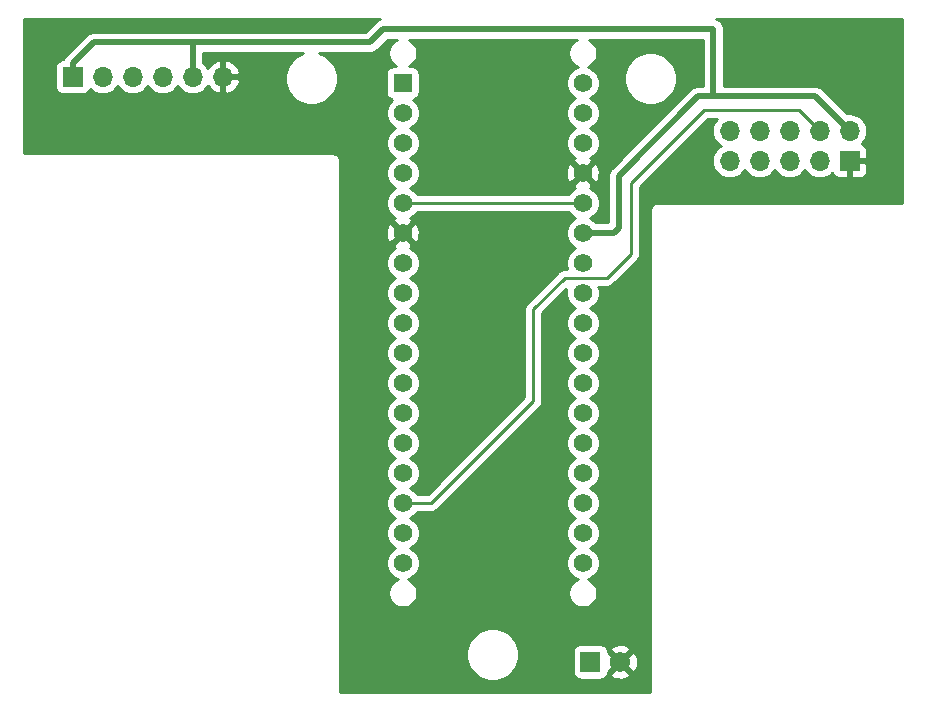
<source format=gbl>
G04 #@! TF.GenerationSoftware,KiCad,Pcbnew,(5.1.4)-1*
G04 #@! TF.CreationDate,2019-11-18T13:36:39+01:00*
G04 #@! TF.ProjectId,LIN bus,4c494e20-6275-4732-9e6b-696361645f70,rev?*
G04 #@! TF.SameCoordinates,Original*
G04 #@! TF.FileFunction,Copper,L2,Bot*
G04 #@! TF.FilePolarity,Positive*
%FSLAX46Y46*%
G04 Gerber Fmt 4.6, Leading zero omitted, Abs format (unit mm)*
G04 Created by KiCad (PCBNEW (5.1.4)-1) date 2019-11-18 13:36:39*
%MOMM*%
%LPD*%
G04 APERTURE LIST*
%ADD10C,1.725000*%
%ADD11R,1.725000X1.725000*%
%ADD12O,1.700000X1.700000*%
%ADD13R,1.700000X1.700000*%
%ADD14R,1.574800X1.574800*%
%ADD15C,1.574800*%
%ADD16C,0.533400*%
%ADD17C,0.254000*%
G04 APERTURE END LIST*
D10*
X153162000Y-109728000D03*
D11*
X150622000Y-109728000D03*
D12*
X162433000Y-64770000D03*
X162433000Y-67310000D03*
X164973000Y-64770000D03*
X164973000Y-67310000D03*
X167513000Y-64770000D03*
X167513000Y-67310000D03*
X170053000Y-64770000D03*
X170053000Y-67310000D03*
X172593000Y-64770000D03*
D13*
X172593000Y-67310000D03*
X106807000Y-60198000D03*
D12*
X109347000Y-60198000D03*
X111887000Y-60198000D03*
X114427000Y-60198000D03*
X116967000Y-60198000D03*
X119507000Y-60198000D03*
D14*
X134747000Y-60706000D03*
D15*
X134747000Y-63246000D03*
X134747000Y-65786000D03*
X134747000Y-68326000D03*
X134747000Y-70866000D03*
X134747000Y-73406000D03*
X134747000Y-75946000D03*
X134747000Y-78486000D03*
X134747000Y-81026000D03*
X134747000Y-83566000D03*
X134747000Y-86106000D03*
X134747000Y-88646000D03*
X134747000Y-91186000D03*
X134747000Y-93726000D03*
X134747000Y-96266000D03*
X134747000Y-98806000D03*
X134747000Y-101346000D03*
X149987000Y-101346000D03*
X149987000Y-98806000D03*
X149987000Y-96266000D03*
X149987000Y-93726000D03*
X149987000Y-91186000D03*
X149987000Y-88646000D03*
X149987000Y-86106000D03*
X149987000Y-83566000D03*
X149987000Y-81026000D03*
X149987000Y-78486000D03*
X149987000Y-75946000D03*
X149987000Y-73406000D03*
X149987000Y-70866000D03*
X149987000Y-68326000D03*
X149987000Y-65786000D03*
X149987000Y-63246000D03*
X149987000Y-60706000D03*
D16*
X106807000Y-59055000D02*
X108585000Y-57277000D01*
X106807000Y-60198000D02*
X106807000Y-59055000D01*
X116967000Y-57404000D02*
X116840000Y-57277000D01*
X116967000Y-60198000D02*
X116967000Y-57404000D01*
X108585000Y-57277000D02*
X116840000Y-57277000D01*
X169672000Y-61849000D02*
X172593000Y-64770000D01*
X153035000Y-68580000D02*
X159766000Y-61849000D01*
X153035000Y-73025000D02*
X153035000Y-68580000D01*
X149987000Y-73406000D02*
X152654000Y-73406000D01*
X152654000Y-73406000D02*
X153035000Y-73025000D01*
X161036000Y-61722000D02*
X161163000Y-61849000D01*
X161163000Y-61849000D02*
X169672000Y-61849000D01*
X159766000Y-61849000D02*
X161163000Y-61849000D01*
X116840000Y-57277000D02*
X131953000Y-57277000D01*
X131953000Y-57277000D02*
X133096000Y-56134000D01*
X133096000Y-56134000D02*
X161036000Y-56134000D01*
X161036000Y-56134000D02*
X161036000Y-61722000D01*
D17*
X134747000Y-70866000D02*
X149987000Y-70866000D01*
X134747000Y-96266000D02*
X137160000Y-96266000D01*
X137160000Y-96266000D02*
X145796000Y-87630000D01*
X145796000Y-87630000D02*
X145796000Y-79883000D01*
X145796000Y-79883000D02*
X148463000Y-77216000D01*
X148463000Y-77216000D02*
X152019000Y-77216000D01*
X152019000Y-77216000D02*
X154051000Y-75184000D01*
X154051000Y-75184000D02*
X154051000Y-69215000D01*
X154051000Y-69215000D02*
X160274000Y-62992000D01*
X168275000Y-62992000D02*
X170053000Y-64770000D01*
X160274000Y-62992000D02*
X168275000Y-62992000D01*
G36*
X132749265Y-55296908D02*
G01*
X132592619Y-55380637D01*
X132455317Y-55493317D01*
X132427080Y-55527724D01*
X131579505Y-56375300D01*
X116884287Y-56375300D01*
X116840000Y-56370938D01*
X116795713Y-56375300D01*
X108629287Y-56375300D01*
X108585000Y-56370938D01*
X108540713Y-56375300D01*
X108408236Y-56388348D01*
X108238265Y-56439908D01*
X108081619Y-56523637D01*
X107944317Y-56636317D01*
X107916085Y-56670718D01*
X106200724Y-58386081D01*
X106166318Y-58414317D01*
X106053638Y-58551619D01*
X106033678Y-58588962D01*
X105969908Y-58708266D01*
X105969404Y-58709928D01*
X105957000Y-58709928D01*
X105832518Y-58722188D01*
X105712820Y-58758498D01*
X105602506Y-58817463D01*
X105505815Y-58896815D01*
X105426463Y-58993506D01*
X105367498Y-59103820D01*
X105331188Y-59223518D01*
X105318928Y-59348000D01*
X105318928Y-61048000D01*
X105331188Y-61172482D01*
X105367498Y-61292180D01*
X105426463Y-61402494D01*
X105505815Y-61499185D01*
X105602506Y-61578537D01*
X105712820Y-61637502D01*
X105832518Y-61673812D01*
X105957000Y-61686072D01*
X107657000Y-61686072D01*
X107781482Y-61673812D01*
X107901180Y-61637502D01*
X108011494Y-61578537D01*
X108108185Y-61499185D01*
X108187537Y-61402494D01*
X108246502Y-61292180D01*
X108267393Y-61223313D01*
X108291866Y-61253134D01*
X108517986Y-61438706D01*
X108775966Y-61576599D01*
X109055889Y-61661513D01*
X109274050Y-61683000D01*
X109419950Y-61683000D01*
X109638111Y-61661513D01*
X109918034Y-61576599D01*
X110176014Y-61438706D01*
X110402134Y-61253134D01*
X110587706Y-61027014D01*
X110617000Y-60972209D01*
X110646294Y-61027014D01*
X110831866Y-61253134D01*
X111057986Y-61438706D01*
X111315966Y-61576599D01*
X111595889Y-61661513D01*
X111814050Y-61683000D01*
X111959950Y-61683000D01*
X112178111Y-61661513D01*
X112458034Y-61576599D01*
X112716014Y-61438706D01*
X112942134Y-61253134D01*
X113127706Y-61027014D01*
X113157000Y-60972209D01*
X113186294Y-61027014D01*
X113371866Y-61253134D01*
X113597986Y-61438706D01*
X113855966Y-61576599D01*
X114135889Y-61661513D01*
X114354050Y-61683000D01*
X114499950Y-61683000D01*
X114718111Y-61661513D01*
X114998034Y-61576599D01*
X115256014Y-61438706D01*
X115482134Y-61253134D01*
X115667706Y-61027014D01*
X115697000Y-60972209D01*
X115726294Y-61027014D01*
X115911866Y-61253134D01*
X116137986Y-61438706D01*
X116395966Y-61576599D01*
X116675889Y-61661513D01*
X116894050Y-61683000D01*
X117039950Y-61683000D01*
X117258111Y-61661513D01*
X117538034Y-61576599D01*
X117796014Y-61438706D01*
X118022134Y-61253134D01*
X118207706Y-61027014D01*
X118242201Y-60962477D01*
X118311822Y-61079355D01*
X118506731Y-61295588D01*
X118740080Y-61469641D01*
X119002901Y-61594825D01*
X119150110Y-61639476D01*
X119380000Y-61518155D01*
X119380000Y-60325000D01*
X119634000Y-60325000D01*
X119634000Y-61518155D01*
X119863890Y-61639476D01*
X120011099Y-61594825D01*
X120273920Y-61469641D01*
X120507269Y-61295588D01*
X120702178Y-61079355D01*
X120851157Y-60829252D01*
X120948481Y-60554891D01*
X120827814Y-60325000D01*
X119634000Y-60325000D01*
X119380000Y-60325000D01*
X119360000Y-60325000D01*
X119360000Y-60071000D01*
X119380000Y-60071000D01*
X119380000Y-58877845D01*
X119634000Y-58877845D01*
X119634000Y-60071000D01*
X120827814Y-60071000D01*
X120948481Y-59841109D01*
X120851157Y-59566748D01*
X120702178Y-59316645D01*
X120507269Y-59100412D01*
X120273920Y-58926359D01*
X120011099Y-58801175D01*
X119863890Y-58756524D01*
X119634000Y-58877845D01*
X119380000Y-58877845D01*
X119150110Y-58756524D01*
X119002901Y-58801175D01*
X118740080Y-58926359D01*
X118506731Y-59100412D01*
X118311822Y-59316645D01*
X118242201Y-59433523D01*
X118207706Y-59368986D01*
X118022134Y-59142866D01*
X117868700Y-59016946D01*
X117868700Y-58178700D01*
X126341291Y-58178700D01*
X125941331Y-58344369D01*
X125575271Y-58588962D01*
X125263962Y-58900271D01*
X125019369Y-59266331D01*
X124850890Y-59673075D01*
X124765000Y-60104872D01*
X124765000Y-60545128D01*
X124850890Y-60976925D01*
X125019369Y-61383669D01*
X125263962Y-61749729D01*
X125575271Y-62061038D01*
X125941331Y-62305631D01*
X126348075Y-62474110D01*
X126779872Y-62560000D01*
X127220128Y-62560000D01*
X127651925Y-62474110D01*
X128058669Y-62305631D01*
X128424729Y-62061038D01*
X128736038Y-61749729D01*
X128980631Y-61383669D01*
X129149110Y-60976925D01*
X129235000Y-60545128D01*
X129235000Y-60104872D01*
X129149110Y-59673075D01*
X128980631Y-59266331D01*
X128736038Y-58900271D01*
X128424729Y-58588962D01*
X128058669Y-58344369D01*
X127658709Y-58178700D01*
X131908713Y-58178700D01*
X131953000Y-58183062D01*
X131997287Y-58178700D01*
X132129764Y-58165652D01*
X132299735Y-58114092D01*
X132456381Y-58030363D01*
X132593683Y-57917683D01*
X132621924Y-57883271D01*
X133469496Y-57035700D01*
X134248574Y-57035700D01*
X134162008Y-57071557D01*
X133959733Y-57206713D01*
X133787713Y-57378733D01*
X133652557Y-57581008D01*
X133559460Y-57805764D01*
X133512000Y-58044363D01*
X133512000Y-58287637D01*
X133559460Y-58526236D01*
X133652557Y-58750992D01*
X133787713Y-58953267D01*
X133959733Y-59125287D01*
X134162008Y-59260443D01*
X134210497Y-59280528D01*
X133959600Y-59280528D01*
X133835118Y-59292788D01*
X133715420Y-59329098D01*
X133605106Y-59388063D01*
X133508415Y-59467415D01*
X133429063Y-59564106D01*
X133370098Y-59674420D01*
X133333788Y-59794118D01*
X133321528Y-59918600D01*
X133321528Y-61493400D01*
X133333788Y-61617882D01*
X133370098Y-61737580D01*
X133429063Y-61847894D01*
X133508415Y-61944585D01*
X133605106Y-62023937D01*
X133715420Y-62082902D01*
X133835118Y-62119212D01*
X133868226Y-62122473D01*
X133840273Y-62141150D01*
X133642150Y-62339273D01*
X133486486Y-62572241D01*
X133379262Y-62831101D01*
X133324600Y-63105906D01*
X133324600Y-63386094D01*
X133379262Y-63660899D01*
X133486486Y-63919759D01*
X133642150Y-64152727D01*
X133840273Y-64350850D01*
X134073241Y-64506514D01*
X134096142Y-64516000D01*
X134073241Y-64525486D01*
X133840273Y-64681150D01*
X133642150Y-64879273D01*
X133486486Y-65112241D01*
X133379262Y-65371101D01*
X133324600Y-65645906D01*
X133324600Y-65926094D01*
X133379262Y-66200899D01*
X133486486Y-66459759D01*
X133642150Y-66692727D01*
X133840273Y-66890850D01*
X134073241Y-67046514D01*
X134096142Y-67056000D01*
X134073241Y-67065486D01*
X133840273Y-67221150D01*
X133642150Y-67419273D01*
X133486486Y-67652241D01*
X133379262Y-67911101D01*
X133324600Y-68185906D01*
X133324600Y-68466094D01*
X133379262Y-68740899D01*
X133486486Y-68999759D01*
X133642150Y-69232727D01*
X133840273Y-69430850D01*
X134073241Y-69586514D01*
X134096142Y-69596000D01*
X134073241Y-69605486D01*
X133840273Y-69761150D01*
X133642150Y-69959273D01*
X133486486Y-70192241D01*
X133379262Y-70451101D01*
X133324600Y-70725906D01*
X133324600Y-71006094D01*
X133379262Y-71280899D01*
X133486486Y-71539759D01*
X133642150Y-71772727D01*
X133840273Y-71970850D01*
X134073241Y-72126514D01*
X134095245Y-72135628D01*
X134012957Y-72179612D01*
X133942900Y-72422295D01*
X134747000Y-73226395D01*
X135551100Y-72422295D01*
X135481043Y-72179612D01*
X135392972Y-72138024D01*
X135420759Y-72126514D01*
X135653727Y-71970850D01*
X135851850Y-71772727D01*
X135948553Y-71628000D01*
X148785447Y-71628000D01*
X148882150Y-71772727D01*
X149080273Y-71970850D01*
X149313241Y-72126514D01*
X149336142Y-72136000D01*
X149313241Y-72145486D01*
X149080273Y-72301150D01*
X148882150Y-72499273D01*
X148726486Y-72732241D01*
X148619262Y-72991101D01*
X148564600Y-73265906D01*
X148564600Y-73546094D01*
X148619262Y-73820899D01*
X148726486Y-74079759D01*
X148882150Y-74312727D01*
X149080273Y-74510850D01*
X149313241Y-74666514D01*
X149336142Y-74676000D01*
X149313241Y-74685486D01*
X149080273Y-74841150D01*
X148882150Y-75039273D01*
X148726486Y-75272241D01*
X148619262Y-75531101D01*
X148564600Y-75805906D01*
X148564600Y-76086094D01*
X148619262Y-76360899D01*
X148657826Y-76454000D01*
X148500423Y-76454000D01*
X148463000Y-76450314D01*
X148425577Y-76454000D01*
X148425574Y-76454000D01*
X148313622Y-76465026D01*
X148169985Y-76508598D01*
X148108364Y-76541535D01*
X148037607Y-76579355D01*
X147995219Y-76614143D01*
X147921578Y-76674578D01*
X147897716Y-76703654D01*
X145283649Y-79317721D01*
X145254579Y-79341578D01*
X145230722Y-79370648D01*
X145230721Y-79370649D01*
X145159355Y-79457608D01*
X145088599Y-79589985D01*
X145045027Y-79733622D01*
X145030314Y-79883000D01*
X145034001Y-79920433D01*
X145034000Y-87314369D01*
X136844370Y-95504000D01*
X135948553Y-95504000D01*
X135851850Y-95359273D01*
X135653727Y-95161150D01*
X135420759Y-95005486D01*
X135397858Y-94996000D01*
X135420759Y-94986514D01*
X135653727Y-94830850D01*
X135851850Y-94632727D01*
X136007514Y-94399759D01*
X136114738Y-94140899D01*
X136169400Y-93866094D01*
X136169400Y-93585906D01*
X136114738Y-93311101D01*
X136007514Y-93052241D01*
X135851850Y-92819273D01*
X135653727Y-92621150D01*
X135420759Y-92465486D01*
X135397858Y-92456000D01*
X135420759Y-92446514D01*
X135653727Y-92290850D01*
X135851850Y-92092727D01*
X136007514Y-91859759D01*
X136114738Y-91600899D01*
X136169400Y-91326094D01*
X136169400Y-91045906D01*
X136114738Y-90771101D01*
X136007514Y-90512241D01*
X135851850Y-90279273D01*
X135653727Y-90081150D01*
X135420759Y-89925486D01*
X135397858Y-89916000D01*
X135420759Y-89906514D01*
X135653727Y-89750850D01*
X135851850Y-89552727D01*
X136007514Y-89319759D01*
X136114738Y-89060899D01*
X136169400Y-88786094D01*
X136169400Y-88505906D01*
X136114738Y-88231101D01*
X136007514Y-87972241D01*
X135851850Y-87739273D01*
X135653727Y-87541150D01*
X135420759Y-87385486D01*
X135397858Y-87376000D01*
X135420759Y-87366514D01*
X135653727Y-87210850D01*
X135851850Y-87012727D01*
X136007514Y-86779759D01*
X136114738Y-86520899D01*
X136169400Y-86246094D01*
X136169400Y-85965906D01*
X136114738Y-85691101D01*
X136007514Y-85432241D01*
X135851850Y-85199273D01*
X135653727Y-85001150D01*
X135420759Y-84845486D01*
X135397858Y-84836000D01*
X135420759Y-84826514D01*
X135653727Y-84670850D01*
X135851850Y-84472727D01*
X136007514Y-84239759D01*
X136114738Y-83980899D01*
X136169400Y-83706094D01*
X136169400Y-83425906D01*
X136114738Y-83151101D01*
X136007514Y-82892241D01*
X135851850Y-82659273D01*
X135653727Y-82461150D01*
X135420759Y-82305486D01*
X135397858Y-82296000D01*
X135420759Y-82286514D01*
X135653727Y-82130850D01*
X135851850Y-81932727D01*
X136007514Y-81699759D01*
X136114738Y-81440899D01*
X136169400Y-81166094D01*
X136169400Y-80885906D01*
X136114738Y-80611101D01*
X136007514Y-80352241D01*
X135851850Y-80119273D01*
X135653727Y-79921150D01*
X135420759Y-79765486D01*
X135397858Y-79756000D01*
X135420759Y-79746514D01*
X135653727Y-79590850D01*
X135851850Y-79392727D01*
X136007514Y-79159759D01*
X136114738Y-78900899D01*
X136169400Y-78626094D01*
X136169400Y-78345906D01*
X136114738Y-78071101D01*
X136007514Y-77812241D01*
X135851850Y-77579273D01*
X135653727Y-77381150D01*
X135420759Y-77225486D01*
X135397858Y-77216000D01*
X135420759Y-77206514D01*
X135653727Y-77050850D01*
X135851850Y-76852727D01*
X136007514Y-76619759D01*
X136114738Y-76360899D01*
X136169400Y-76086094D01*
X136169400Y-75805906D01*
X136114738Y-75531101D01*
X136007514Y-75272241D01*
X135851850Y-75039273D01*
X135653727Y-74841150D01*
X135420759Y-74685486D01*
X135398755Y-74676372D01*
X135481043Y-74632388D01*
X135551100Y-74389705D01*
X134747000Y-73585605D01*
X133942900Y-74389705D01*
X134012957Y-74632388D01*
X134101028Y-74673976D01*
X134073241Y-74685486D01*
X133840273Y-74841150D01*
X133642150Y-75039273D01*
X133486486Y-75272241D01*
X133379262Y-75531101D01*
X133324600Y-75805906D01*
X133324600Y-76086094D01*
X133379262Y-76360899D01*
X133486486Y-76619759D01*
X133642150Y-76852727D01*
X133840273Y-77050850D01*
X134073241Y-77206514D01*
X134096142Y-77216000D01*
X134073241Y-77225486D01*
X133840273Y-77381150D01*
X133642150Y-77579273D01*
X133486486Y-77812241D01*
X133379262Y-78071101D01*
X133324600Y-78345906D01*
X133324600Y-78626094D01*
X133379262Y-78900899D01*
X133486486Y-79159759D01*
X133642150Y-79392727D01*
X133840273Y-79590850D01*
X134073241Y-79746514D01*
X134096142Y-79756000D01*
X134073241Y-79765486D01*
X133840273Y-79921150D01*
X133642150Y-80119273D01*
X133486486Y-80352241D01*
X133379262Y-80611101D01*
X133324600Y-80885906D01*
X133324600Y-81166094D01*
X133379262Y-81440899D01*
X133486486Y-81699759D01*
X133642150Y-81932727D01*
X133840273Y-82130850D01*
X134073241Y-82286514D01*
X134096142Y-82296000D01*
X134073241Y-82305486D01*
X133840273Y-82461150D01*
X133642150Y-82659273D01*
X133486486Y-82892241D01*
X133379262Y-83151101D01*
X133324600Y-83425906D01*
X133324600Y-83706094D01*
X133379262Y-83980899D01*
X133486486Y-84239759D01*
X133642150Y-84472727D01*
X133840273Y-84670850D01*
X134073241Y-84826514D01*
X134096142Y-84836000D01*
X134073241Y-84845486D01*
X133840273Y-85001150D01*
X133642150Y-85199273D01*
X133486486Y-85432241D01*
X133379262Y-85691101D01*
X133324600Y-85965906D01*
X133324600Y-86246094D01*
X133379262Y-86520899D01*
X133486486Y-86779759D01*
X133642150Y-87012727D01*
X133840273Y-87210850D01*
X134073241Y-87366514D01*
X134096142Y-87376000D01*
X134073241Y-87385486D01*
X133840273Y-87541150D01*
X133642150Y-87739273D01*
X133486486Y-87972241D01*
X133379262Y-88231101D01*
X133324600Y-88505906D01*
X133324600Y-88786094D01*
X133379262Y-89060899D01*
X133486486Y-89319759D01*
X133642150Y-89552727D01*
X133840273Y-89750850D01*
X134073241Y-89906514D01*
X134096142Y-89916000D01*
X134073241Y-89925486D01*
X133840273Y-90081150D01*
X133642150Y-90279273D01*
X133486486Y-90512241D01*
X133379262Y-90771101D01*
X133324600Y-91045906D01*
X133324600Y-91326094D01*
X133379262Y-91600899D01*
X133486486Y-91859759D01*
X133642150Y-92092727D01*
X133840273Y-92290850D01*
X134073241Y-92446514D01*
X134096142Y-92456000D01*
X134073241Y-92465486D01*
X133840273Y-92621150D01*
X133642150Y-92819273D01*
X133486486Y-93052241D01*
X133379262Y-93311101D01*
X133324600Y-93585906D01*
X133324600Y-93866094D01*
X133379262Y-94140899D01*
X133486486Y-94399759D01*
X133642150Y-94632727D01*
X133840273Y-94830850D01*
X134073241Y-94986514D01*
X134096142Y-94996000D01*
X134073241Y-95005486D01*
X133840273Y-95161150D01*
X133642150Y-95359273D01*
X133486486Y-95592241D01*
X133379262Y-95851101D01*
X133324600Y-96125906D01*
X133324600Y-96406094D01*
X133379262Y-96680899D01*
X133486486Y-96939759D01*
X133642150Y-97172727D01*
X133840273Y-97370850D01*
X134073241Y-97526514D01*
X134096142Y-97536000D01*
X134073241Y-97545486D01*
X133840273Y-97701150D01*
X133642150Y-97899273D01*
X133486486Y-98132241D01*
X133379262Y-98391101D01*
X133324600Y-98665906D01*
X133324600Y-98946094D01*
X133379262Y-99220899D01*
X133486486Y-99479759D01*
X133642150Y-99712727D01*
X133840273Y-99910850D01*
X134073241Y-100066514D01*
X134096142Y-100076000D01*
X134073241Y-100085486D01*
X133840273Y-100241150D01*
X133642150Y-100439273D01*
X133486486Y-100672241D01*
X133379262Y-100931101D01*
X133324600Y-101205906D01*
X133324600Y-101486094D01*
X133379262Y-101760899D01*
X133486486Y-102019759D01*
X133642150Y-102252727D01*
X133840273Y-102450850D01*
X134073241Y-102606514D01*
X134332101Y-102713738D01*
X134344112Y-102716127D01*
X134162008Y-102791557D01*
X133959733Y-102926713D01*
X133787713Y-103098733D01*
X133652557Y-103301008D01*
X133559460Y-103525764D01*
X133512000Y-103764363D01*
X133512000Y-104007637D01*
X133559460Y-104246236D01*
X133652557Y-104470992D01*
X133787713Y-104673267D01*
X133959733Y-104845287D01*
X134162008Y-104980443D01*
X134386764Y-105073540D01*
X134625363Y-105121000D01*
X134868637Y-105121000D01*
X135107236Y-105073540D01*
X135331992Y-104980443D01*
X135534267Y-104845287D01*
X135706287Y-104673267D01*
X135841443Y-104470992D01*
X135934540Y-104246236D01*
X135982000Y-104007637D01*
X135982000Y-103764363D01*
X135934540Y-103525764D01*
X135841443Y-103301008D01*
X135706287Y-103098733D01*
X135534267Y-102926713D01*
X135331992Y-102791557D01*
X135149888Y-102716127D01*
X135161899Y-102713738D01*
X135420759Y-102606514D01*
X135653727Y-102450850D01*
X135851850Y-102252727D01*
X136007514Y-102019759D01*
X136114738Y-101760899D01*
X136169400Y-101486094D01*
X136169400Y-101205906D01*
X136114738Y-100931101D01*
X136007514Y-100672241D01*
X135851850Y-100439273D01*
X135653727Y-100241150D01*
X135420759Y-100085486D01*
X135397858Y-100076000D01*
X135420759Y-100066514D01*
X135653727Y-99910850D01*
X135851850Y-99712727D01*
X136007514Y-99479759D01*
X136114738Y-99220899D01*
X136169400Y-98946094D01*
X136169400Y-98665906D01*
X136114738Y-98391101D01*
X136007514Y-98132241D01*
X135851850Y-97899273D01*
X135653727Y-97701150D01*
X135420759Y-97545486D01*
X135397858Y-97536000D01*
X135420759Y-97526514D01*
X135653727Y-97370850D01*
X135851850Y-97172727D01*
X135948553Y-97028000D01*
X137122577Y-97028000D01*
X137160000Y-97031686D01*
X137197423Y-97028000D01*
X137197426Y-97028000D01*
X137309378Y-97016974D01*
X137453015Y-96973402D01*
X137585392Y-96902645D01*
X137701422Y-96807422D01*
X137725284Y-96778346D01*
X146308353Y-88195278D01*
X146337422Y-88171422D01*
X146432645Y-88055392D01*
X146503402Y-87923015D01*
X146546974Y-87779378D01*
X146558000Y-87667426D01*
X146558000Y-87667424D01*
X146561686Y-87630001D01*
X146558000Y-87592578D01*
X146558000Y-80198630D01*
X148602808Y-78153822D01*
X148564600Y-78345906D01*
X148564600Y-78626094D01*
X148619262Y-78900899D01*
X148726486Y-79159759D01*
X148882150Y-79392727D01*
X149080273Y-79590850D01*
X149313241Y-79746514D01*
X149336142Y-79756000D01*
X149313241Y-79765486D01*
X149080273Y-79921150D01*
X148882150Y-80119273D01*
X148726486Y-80352241D01*
X148619262Y-80611101D01*
X148564600Y-80885906D01*
X148564600Y-81166094D01*
X148619262Y-81440899D01*
X148726486Y-81699759D01*
X148882150Y-81932727D01*
X149080273Y-82130850D01*
X149313241Y-82286514D01*
X149336142Y-82296000D01*
X149313241Y-82305486D01*
X149080273Y-82461150D01*
X148882150Y-82659273D01*
X148726486Y-82892241D01*
X148619262Y-83151101D01*
X148564600Y-83425906D01*
X148564600Y-83706094D01*
X148619262Y-83980899D01*
X148726486Y-84239759D01*
X148882150Y-84472727D01*
X149080273Y-84670850D01*
X149313241Y-84826514D01*
X149336142Y-84836000D01*
X149313241Y-84845486D01*
X149080273Y-85001150D01*
X148882150Y-85199273D01*
X148726486Y-85432241D01*
X148619262Y-85691101D01*
X148564600Y-85965906D01*
X148564600Y-86246094D01*
X148619262Y-86520899D01*
X148726486Y-86779759D01*
X148882150Y-87012727D01*
X149080273Y-87210850D01*
X149313241Y-87366514D01*
X149336142Y-87376000D01*
X149313241Y-87385486D01*
X149080273Y-87541150D01*
X148882150Y-87739273D01*
X148726486Y-87972241D01*
X148619262Y-88231101D01*
X148564600Y-88505906D01*
X148564600Y-88786094D01*
X148619262Y-89060899D01*
X148726486Y-89319759D01*
X148882150Y-89552727D01*
X149080273Y-89750850D01*
X149313241Y-89906514D01*
X149336142Y-89916000D01*
X149313241Y-89925486D01*
X149080273Y-90081150D01*
X148882150Y-90279273D01*
X148726486Y-90512241D01*
X148619262Y-90771101D01*
X148564600Y-91045906D01*
X148564600Y-91326094D01*
X148619262Y-91600899D01*
X148726486Y-91859759D01*
X148882150Y-92092727D01*
X149080273Y-92290850D01*
X149313241Y-92446514D01*
X149336142Y-92456000D01*
X149313241Y-92465486D01*
X149080273Y-92621150D01*
X148882150Y-92819273D01*
X148726486Y-93052241D01*
X148619262Y-93311101D01*
X148564600Y-93585906D01*
X148564600Y-93866094D01*
X148619262Y-94140899D01*
X148726486Y-94399759D01*
X148882150Y-94632727D01*
X149080273Y-94830850D01*
X149313241Y-94986514D01*
X149336142Y-94996000D01*
X149313241Y-95005486D01*
X149080273Y-95161150D01*
X148882150Y-95359273D01*
X148726486Y-95592241D01*
X148619262Y-95851101D01*
X148564600Y-96125906D01*
X148564600Y-96406094D01*
X148619262Y-96680899D01*
X148726486Y-96939759D01*
X148882150Y-97172727D01*
X149080273Y-97370850D01*
X149313241Y-97526514D01*
X149336142Y-97536000D01*
X149313241Y-97545486D01*
X149080273Y-97701150D01*
X148882150Y-97899273D01*
X148726486Y-98132241D01*
X148619262Y-98391101D01*
X148564600Y-98665906D01*
X148564600Y-98946094D01*
X148619262Y-99220899D01*
X148726486Y-99479759D01*
X148882150Y-99712727D01*
X149080273Y-99910850D01*
X149313241Y-100066514D01*
X149336142Y-100076000D01*
X149313241Y-100085486D01*
X149080273Y-100241150D01*
X148882150Y-100439273D01*
X148726486Y-100672241D01*
X148619262Y-100931101D01*
X148564600Y-101205906D01*
X148564600Y-101486094D01*
X148619262Y-101760899D01*
X148726486Y-102019759D01*
X148882150Y-102252727D01*
X149080273Y-102450850D01*
X149313241Y-102606514D01*
X149572101Y-102713738D01*
X149584112Y-102716127D01*
X149402008Y-102791557D01*
X149199733Y-102926713D01*
X149027713Y-103098733D01*
X148892557Y-103301008D01*
X148799460Y-103525764D01*
X148752000Y-103764363D01*
X148752000Y-104007637D01*
X148799460Y-104246236D01*
X148892557Y-104470992D01*
X149027713Y-104673267D01*
X149199733Y-104845287D01*
X149402008Y-104980443D01*
X149626764Y-105073540D01*
X149865363Y-105121000D01*
X150108637Y-105121000D01*
X150347236Y-105073540D01*
X150571992Y-104980443D01*
X150774267Y-104845287D01*
X150946287Y-104673267D01*
X151081443Y-104470992D01*
X151174540Y-104246236D01*
X151222000Y-104007637D01*
X151222000Y-103764363D01*
X151174540Y-103525764D01*
X151081443Y-103301008D01*
X150946287Y-103098733D01*
X150774267Y-102926713D01*
X150571992Y-102791557D01*
X150389888Y-102716127D01*
X150401899Y-102713738D01*
X150660759Y-102606514D01*
X150893727Y-102450850D01*
X151091850Y-102252727D01*
X151247514Y-102019759D01*
X151354738Y-101760899D01*
X151409400Y-101486094D01*
X151409400Y-101205906D01*
X151354738Y-100931101D01*
X151247514Y-100672241D01*
X151091850Y-100439273D01*
X150893727Y-100241150D01*
X150660759Y-100085486D01*
X150637858Y-100076000D01*
X150660759Y-100066514D01*
X150893727Y-99910850D01*
X151091850Y-99712727D01*
X151247514Y-99479759D01*
X151354738Y-99220899D01*
X151409400Y-98946094D01*
X151409400Y-98665906D01*
X151354738Y-98391101D01*
X151247514Y-98132241D01*
X151091850Y-97899273D01*
X150893727Y-97701150D01*
X150660759Y-97545486D01*
X150637858Y-97536000D01*
X150660759Y-97526514D01*
X150893727Y-97370850D01*
X151091850Y-97172727D01*
X151247514Y-96939759D01*
X151354738Y-96680899D01*
X151409400Y-96406094D01*
X151409400Y-96125906D01*
X151354738Y-95851101D01*
X151247514Y-95592241D01*
X151091850Y-95359273D01*
X150893727Y-95161150D01*
X150660759Y-95005486D01*
X150637858Y-94996000D01*
X150660759Y-94986514D01*
X150893727Y-94830850D01*
X151091850Y-94632727D01*
X151247514Y-94399759D01*
X151354738Y-94140899D01*
X151409400Y-93866094D01*
X151409400Y-93585906D01*
X151354738Y-93311101D01*
X151247514Y-93052241D01*
X151091850Y-92819273D01*
X150893727Y-92621150D01*
X150660759Y-92465486D01*
X150637858Y-92456000D01*
X150660759Y-92446514D01*
X150893727Y-92290850D01*
X151091850Y-92092727D01*
X151247514Y-91859759D01*
X151354738Y-91600899D01*
X151409400Y-91326094D01*
X151409400Y-91045906D01*
X151354738Y-90771101D01*
X151247514Y-90512241D01*
X151091850Y-90279273D01*
X150893727Y-90081150D01*
X150660759Y-89925486D01*
X150637858Y-89916000D01*
X150660759Y-89906514D01*
X150893727Y-89750850D01*
X151091850Y-89552727D01*
X151247514Y-89319759D01*
X151354738Y-89060899D01*
X151409400Y-88786094D01*
X151409400Y-88505906D01*
X151354738Y-88231101D01*
X151247514Y-87972241D01*
X151091850Y-87739273D01*
X150893727Y-87541150D01*
X150660759Y-87385486D01*
X150637858Y-87376000D01*
X150660759Y-87366514D01*
X150893727Y-87210850D01*
X151091850Y-87012727D01*
X151247514Y-86779759D01*
X151354738Y-86520899D01*
X151409400Y-86246094D01*
X151409400Y-85965906D01*
X151354738Y-85691101D01*
X151247514Y-85432241D01*
X151091850Y-85199273D01*
X150893727Y-85001150D01*
X150660759Y-84845486D01*
X150637858Y-84836000D01*
X150660759Y-84826514D01*
X150893727Y-84670850D01*
X151091850Y-84472727D01*
X151247514Y-84239759D01*
X151354738Y-83980899D01*
X151409400Y-83706094D01*
X151409400Y-83425906D01*
X151354738Y-83151101D01*
X151247514Y-82892241D01*
X151091850Y-82659273D01*
X150893727Y-82461150D01*
X150660759Y-82305486D01*
X150637858Y-82296000D01*
X150660759Y-82286514D01*
X150893727Y-82130850D01*
X151091850Y-81932727D01*
X151247514Y-81699759D01*
X151354738Y-81440899D01*
X151409400Y-81166094D01*
X151409400Y-80885906D01*
X151354738Y-80611101D01*
X151247514Y-80352241D01*
X151091850Y-80119273D01*
X150893727Y-79921150D01*
X150660759Y-79765486D01*
X150637858Y-79756000D01*
X150660759Y-79746514D01*
X150893727Y-79590850D01*
X151091850Y-79392727D01*
X151247514Y-79159759D01*
X151354738Y-78900899D01*
X151409400Y-78626094D01*
X151409400Y-78345906D01*
X151354738Y-78071101D01*
X151316174Y-77978000D01*
X151981577Y-77978000D01*
X152019000Y-77981686D01*
X152056423Y-77978000D01*
X152056426Y-77978000D01*
X152168378Y-77966974D01*
X152312015Y-77923402D01*
X152444392Y-77852645D01*
X152560422Y-77757422D01*
X152584284Y-77728346D01*
X154563353Y-75749278D01*
X154592422Y-75725422D01*
X154619772Y-75692096D01*
X154687645Y-75609393D01*
X154758401Y-75477016D01*
X154758402Y-75477015D01*
X154801974Y-75333378D01*
X154813000Y-75221426D01*
X154813000Y-75221423D01*
X154816686Y-75184000D01*
X154813000Y-75146577D01*
X154813000Y-69530630D01*
X160589631Y-63754000D01*
X161345750Y-63754000D01*
X161192294Y-63940986D01*
X161054401Y-64198966D01*
X160969487Y-64478889D01*
X160940815Y-64770000D01*
X160969487Y-65061111D01*
X161054401Y-65341034D01*
X161192294Y-65599014D01*
X161377866Y-65825134D01*
X161603986Y-66010706D01*
X161658791Y-66040000D01*
X161603986Y-66069294D01*
X161377866Y-66254866D01*
X161192294Y-66480986D01*
X161054401Y-66738966D01*
X160969487Y-67018889D01*
X160940815Y-67310000D01*
X160969487Y-67601111D01*
X161054401Y-67881034D01*
X161192294Y-68139014D01*
X161377866Y-68365134D01*
X161603986Y-68550706D01*
X161861966Y-68688599D01*
X162141889Y-68773513D01*
X162360050Y-68795000D01*
X162505950Y-68795000D01*
X162724111Y-68773513D01*
X163004034Y-68688599D01*
X163262014Y-68550706D01*
X163488134Y-68365134D01*
X163673706Y-68139014D01*
X163703000Y-68084209D01*
X163732294Y-68139014D01*
X163917866Y-68365134D01*
X164143986Y-68550706D01*
X164401966Y-68688599D01*
X164681889Y-68773513D01*
X164900050Y-68795000D01*
X165045950Y-68795000D01*
X165264111Y-68773513D01*
X165544034Y-68688599D01*
X165802014Y-68550706D01*
X166028134Y-68365134D01*
X166213706Y-68139014D01*
X166243000Y-68084209D01*
X166272294Y-68139014D01*
X166457866Y-68365134D01*
X166683986Y-68550706D01*
X166941966Y-68688599D01*
X167221889Y-68773513D01*
X167440050Y-68795000D01*
X167585950Y-68795000D01*
X167804111Y-68773513D01*
X168084034Y-68688599D01*
X168342014Y-68550706D01*
X168568134Y-68365134D01*
X168753706Y-68139014D01*
X168783000Y-68084209D01*
X168812294Y-68139014D01*
X168997866Y-68365134D01*
X169223986Y-68550706D01*
X169481966Y-68688599D01*
X169761889Y-68773513D01*
X169980050Y-68795000D01*
X170125950Y-68795000D01*
X170344111Y-68773513D01*
X170624034Y-68688599D01*
X170882014Y-68550706D01*
X171108134Y-68365134D01*
X171132607Y-68335313D01*
X171153498Y-68404180D01*
X171212463Y-68514494D01*
X171291815Y-68611185D01*
X171388506Y-68690537D01*
X171498820Y-68749502D01*
X171618518Y-68785812D01*
X171743000Y-68798072D01*
X172307250Y-68795000D01*
X172466000Y-68636250D01*
X172466000Y-67437000D01*
X172720000Y-67437000D01*
X172720000Y-68636250D01*
X172878750Y-68795000D01*
X173443000Y-68798072D01*
X173567482Y-68785812D01*
X173687180Y-68749502D01*
X173797494Y-68690537D01*
X173894185Y-68611185D01*
X173973537Y-68514494D01*
X174032502Y-68404180D01*
X174068812Y-68284482D01*
X174081072Y-68160000D01*
X174078000Y-67595750D01*
X173919250Y-67437000D01*
X172720000Y-67437000D01*
X172466000Y-67437000D01*
X172446000Y-67437000D01*
X172446000Y-67183000D01*
X172466000Y-67183000D01*
X172466000Y-67163000D01*
X172720000Y-67163000D01*
X172720000Y-67183000D01*
X173919250Y-67183000D01*
X174078000Y-67024250D01*
X174081072Y-66460000D01*
X174068812Y-66335518D01*
X174032502Y-66215820D01*
X173973537Y-66105506D01*
X173894185Y-66008815D01*
X173797494Y-65929463D01*
X173687180Y-65870498D01*
X173618313Y-65849607D01*
X173648134Y-65825134D01*
X173833706Y-65599014D01*
X173971599Y-65341034D01*
X174056513Y-65061111D01*
X174085185Y-64770000D01*
X174056513Y-64478889D01*
X173971599Y-64198966D01*
X173833706Y-63940986D01*
X173648134Y-63714866D01*
X173422014Y-63529294D01*
X173164034Y-63391401D01*
X172884111Y-63306487D01*
X172665950Y-63285000D01*
X172520050Y-63285000D01*
X172395466Y-63297270D01*
X170340924Y-61242729D01*
X170312683Y-61208317D01*
X170175381Y-61095637D01*
X170018735Y-61011908D01*
X169848764Y-60960348D01*
X169716287Y-60947300D01*
X169672000Y-60942938D01*
X169627713Y-60947300D01*
X161937700Y-60947300D01*
X161937700Y-56178287D01*
X161942062Y-56134000D01*
X161924652Y-55957236D01*
X161873092Y-55787265D01*
X161789363Y-55630619D01*
X161676683Y-55493317D01*
X161539381Y-55380637D01*
X161382735Y-55296908D01*
X161294031Y-55270000D01*
X177013000Y-55270000D01*
X177013001Y-70841000D01*
X156369419Y-70841000D01*
X156337000Y-70837807D01*
X156304581Y-70841000D01*
X156207617Y-70850550D01*
X156083207Y-70888290D01*
X155968550Y-70949575D01*
X155868052Y-71032052D01*
X155785575Y-71132550D01*
X155724290Y-71247207D01*
X155686550Y-71371617D01*
X155673807Y-71501000D01*
X155677000Y-71533419D01*
X155677001Y-107663572D01*
X155677000Y-107663582D01*
X155677001Y-112243000D01*
X129438000Y-112243000D01*
X129438000Y-108872872D01*
X140132000Y-108872872D01*
X140132000Y-109313128D01*
X140217890Y-109744925D01*
X140386369Y-110151669D01*
X140630962Y-110517729D01*
X140942271Y-110829038D01*
X141308331Y-111073631D01*
X141715075Y-111242110D01*
X142146872Y-111328000D01*
X142587128Y-111328000D01*
X143018925Y-111242110D01*
X143425669Y-111073631D01*
X143791729Y-110829038D01*
X144103038Y-110517729D01*
X144347631Y-110151669D01*
X144516110Y-109744925D01*
X144602000Y-109313128D01*
X144602000Y-108872872D01*
X144600534Y-108865500D01*
X149121428Y-108865500D01*
X149121428Y-110590500D01*
X149133688Y-110714982D01*
X149169998Y-110834680D01*
X149228963Y-110944994D01*
X149308315Y-111041685D01*
X149405006Y-111121037D01*
X149515320Y-111180002D01*
X149635018Y-111216312D01*
X149759500Y-111228572D01*
X151484500Y-111228572D01*
X151608982Y-111216312D01*
X151728680Y-111180002D01*
X151838994Y-111121037D01*
X151935685Y-111041685D01*
X152015037Y-110944994D01*
X152074002Y-110834680D01*
X152095042Y-110765319D01*
X152304286Y-110765319D01*
X152383434Y-111015670D01*
X152649606Y-111142820D01*
X152935468Y-111215597D01*
X153230037Y-111231208D01*
X153521991Y-111189051D01*
X153800111Y-111090747D01*
X153940566Y-111015670D01*
X154019714Y-110765319D01*
X153162000Y-109907605D01*
X152304286Y-110765319D01*
X152095042Y-110765319D01*
X152110312Y-110714982D01*
X152122572Y-110590500D01*
X152122572Y-110585047D01*
X152124681Y-110585714D01*
X152982395Y-109728000D01*
X153341605Y-109728000D01*
X154199319Y-110585714D01*
X154449670Y-110506566D01*
X154576820Y-110240394D01*
X154649597Y-109954532D01*
X154665208Y-109659963D01*
X154623051Y-109368009D01*
X154524747Y-109089889D01*
X154449670Y-108949434D01*
X154199319Y-108870286D01*
X153341605Y-109728000D01*
X152982395Y-109728000D01*
X152124681Y-108870286D01*
X152122572Y-108870953D01*
X152122572Y-108865500D01*
X152110312Y-108741018D01*
X152095043Y-108690681D01*
X152304286Y-108690681D01*
X153162000Y-109548395D01*
X154019714Y-108690681D01*
X153940566Y-108440330D01*
X153674394Y-108313180D01*
X153388532Y-108240403D01*
X153093963Y-108224792D01*
X152802009Y-108266949D01*
X152523889Y-108365253D01*
X152383434Y-108440330D01*
X152304286Y-108690681D01*
X152095043Y-108690681D01*
X152074002Y-108621320D01*
X152015037Y-108511006D01*
X151935685Y-108414315D01*
X151838994Y-108334963D01*
X151728680Y-108275998D01*
X151608982Y-108239688D01*
X151484500Y-108227428D01*
X149759500Y-108227428D01*
X149635018Y-108239688D01*
X149515320Y-108275998D01*
X149405006Y-108334963D01*
X149308315Y-108414315D01*
X149228963Y-108511006D01*
X149169998Y-108621320D01*
X149133688Y-108741018D01*
X149121428Y-108865500D01*
X144600534Y-108865500D01*
X144516110Y-108441075D01*
X144347631Y-108034331D01*
X144103038Y-107668271D01*
X143791729Y-107356962D01*
X143425669Y-107112369D01*
X143018925Y-106943890D01*
X142587128Y-106858000D01*
X142146872Y-106858000D01*
X141715075Y-106943890D01*
X141308331Y-107112369D01*
X140942271Y-107356962D01*
X140630962Y-107668271D01*
X140386369Y-108034331D01*
X140217890Y-108441075D01*
X140132000Y-108872872D01*
X129438000Y-108872872D01*
X129438000Y-73477010D01*
X133319483Y-73477010D01*
X133360766Y-73754140D01*
X133455321Y-74017892D01*
X133520612Y-74140043D01*
X133763295Y-74210100D01*
X134567395Y-73406000D01*
X134926605Y-73406000D01*
X135730705Y-74210100D01*
X135973388Y-74140043D01*
X136093028Y-73886682D01*
X136160941Y-73614849D01*
X136174517Y-73334990D01*
X136133234Y-73057860D01*
X136038679Y-72794108D01*
X135973388Y-72671957D01*
X135730705Y-72601900D01*
X134926605Y-73406000D01*
X134567395Y-73406000D01*
X133763295Y-72601900D01*
X133520612Y-72671957D01*
X133400972Y-72925318D01*
X133333059Y-73197151D01*
X133319483Y-73477010D01*
X129438000Y-73477010D01*
X129438000Y-67342418D01*
X129441193Y-67310000D01*
X129428450Y-67180617D01*
X129390710Y-67056207D01*
X129329425Y-66941550D01*
X129246948Y-66841052D01*
X129146450Y-66758575D01*
X129031793Y-66697290D01*
X128907383Y-66659550D01*
X128810419Y-66650000D01*
X128778000Y-66646807D01*
X128745581Y-66650000D01*
X102641000Y-66650000D01*
X102641000Y-55270000D01*
X132837969Y-55270000D01*
X132749265Y-55296908D01*
X132749265Y-55296908D01*
G37*
X132749265Y-55296908D02*
X132592619Y-55380637D01*
X132455317Y-55493317D01*
X132427080Y-55527724D01*
X131579505Y-56375300D01*
X116884287Y-56375300D01*
X116840000Y-56370938D01*
X116795713Y-56375300D01*
X108629287Y-56375300D01*
X108585000Y-56370938D01*
X108540713Y-56375300D01*
X108408236Y-56388348D01*
X108238265Y-56439908D01*
X108081619Y-56523637D01*
X107944317Y-56636317D01*
X107916085Y-56670718D01*
X106200724Y-58386081D01*
X106166318Y-58414317D01*
X106053638Y-58551619D01*
X106033678Y-58588962D01*
X105969908Y-58708266D01*
X105969404Y-58709928D01*
X105957000Y-58709928D01*
X105832518Y-58722188D01*
X105712820Y-58758498D01*
X105602506Y-58817463D01*
X105505815Y-58896815D01*
X105426463Y-58993506D01*
X105367498Y-59103820D01*
X105331188Y-59223518D01*
X105318928Y-59348000D01*
X105318928Y-61048000D01*
X105331188Y-61172482D01*
X105367498Y-61292180D01*
X105426463Y-61402494D01*
X105505815Y-61499185D01*
X105602506Y-61578537D01*
X105712820Y-61637502D01*
X105832518Y-61673812D01*
X105957000Y-61686072D01*
X107657000Y-61686072D01*
X107781482Y-61673812D01*
X107901180Y-61637502D01*
X108011494Y-61578537D01*
X108108185Y-61499185D01*
X108187537Y-61402494D01*
X108246502Y-61292180D01*
X108267393Y-61223313D01*
X108291866Y-61253134D01*
X108517986Y-61438706D01*
X108775966Y-61576599D01*
X109055889Y-61661513D01*
X109274050Y-61683000D01*
X109419950Y-61683000D01*
X109638111Y-61661513D01*
X109918034Y-61576599D01*
X110176014Y-61438706D01*
X110402134Y-61253134D01*
X110587706Y-61027014D01*
X110617000Y-60972209D01*
X110646294Y-61027014D01*
X110831866Y-61253134D01*
X111057986Y-61438706D01*
X111315966Y-61576599D01*
X111595889Y-61661513D01*
X111814050Y-61683000D01*
X111959950Y-61683000D01*
X112178111Y-61661513D01*
X112458034Y-61576599D01*
X112716014Y-61438706D01*
X112942134Y-61253134D01*
X113127706Y-61027014D01*
X113157000Y-60972209D01*
X113186294Y-61027014D01*
X113371866Y-61253134D01*
X113597986Y-61438706D01*
X113855966Y-61576599D01*
X114135889Y-61661513D01*
X114354050Y-61683000D01*
X114499950Y-61683000D01*
X114718111Y-61661513D01*
X114998034Y-61576599D01*
X115256014Y-61438706D01*
X115482134Y-61253134D01*
X115667706Y-61027014D01*
X115697000Y-60972209D01*
X115726294Y-61027014D01*
X115911866Y-61253134D01*
X116137986Y-61438706D01*
X116395966Y-61576599D01*
X116675889Y-61661513D01*
X116894050Y-61683000D01*
X117039950Y-61683000D01*
X117258111Y-61661513D01*
X117538034Y-61576599D01*
X117796014Y-61438706D01*
X118022134Y-61253134D01*
X118207706Y-61027014D01*
X118242201Y-60962477D01*
X118311822Y-61079355D01*
X118506731Y-61295588D01*
X118740080Y-61469641D01*
X119002901Y-61594825D01*
X119150110Y-61639476D01*
X119380000Y-61518155D01*
X119380000Y-60325000D01*
X119634000Y-60325000D01*
X119634000Y-61518155D01*
X119863890Y-61639476D01*
X120011099Y-61594825D01*
X120273920Y-61469641D01*
X120507269Y-61295588D01*
X120702178Y-61079355D01*
X120851157Y-60829252D01*
X120948481Y-60554891D01*
X120827814Y-60325000D01*
X119634000Y-60325000D01*
X119380000Y-60325000D01*
X119360000Y-60325000D01*
X119360000Y-60071000D01*
X119380000Y-60071000D01*
X119380000Y-58877845D01*
X119634000Y-58877845D01*
X119634000Y-60071000D01*
X120827814Y-60071000D01*
X120948481Y-59841109D01*
X120851157Y-59566748D01*
X120702178Y-59316645D01*
X120507269Y-59100412D01*
X120273920Y-58926359D01*
X120011099Y-58801175D01*
X119863890Y-58756524D01*
X119634000Y-58877845D01*
X119380000Y-58877845D01*
X119150110Y-58756524D01*
X119002901Y-58801175D01*
X118740080Y-58926359D01*
X118506731Y-59100412D01*
X118311822Y-59316645D01*
X118242201Y-59433523D01*
X118207706Y-59368986D01*
X118022134Y-59142866D01*
X117868700Y-59016946D01*
X117868700Y-58178700D01*
X126341291Y-58178700D01*
X125941331Y-58344369D01*
X125575271Y-58588962D01*
X125263962Y-58900271D01*
X125019369Y-59266331D01*
X124850890Y-59673075D01*
X124765000Y-60104872D01*
X124765000Y-60545128D01*
X124850890Y-60976925D01*
X125019369Y-61383669D01*
X125263962Y-61749729D01*
X125575271Y-62061038D01*
X125941331Y-62305631D01*
X126348075Y-62474110D01*
X126779872Y-62560000D01*
X127220128Y-62560000D01*
X127651925Y-62474110D01*
X128058669Y-62305631D01*
X128424729Y-62061038D01*
X128736038Y-61749729D01*
X128980631Y-61383669D01*
X129149110Y-60976925D01*
X129235000Y-60545128D01*
X129235000Y-60104872D01*
X129149110Y-59673075D01*
X128980631Y-59266331D01*
X128736038Y-58900271D01*
X128424729Y-58588962D01*
X128058669Y-58344369D01*
X127658709Y-58178700D01*
X131908713Y-58178700D01*
X131953000Y-58183062D01*
X131997287Y-58178700D01*
X132129764Y-58165652D01*
X132299735Y-58114092D01*
X132456381Y-58030363D01*
X132593683Y-57917683D01*
X132621924Y-57883271D01*
X133469496Y-57035700D01*
X134248574Y-57035700D01*
X134162008Y-57071557D01*
X133959733Y-57206713D01*
X133787713Y-57378733D01*
X133652557Y-57581008D01*
X133559460Y-57805764D01*
X133512000Y-58044363D01*
X133512000Y-58287637D01*
X133559460Y-58526236D01*
X133652557Y-58750992D01*
X133787713Y-58953267D01*
X133959733Y-59125287D01*
X134162008Y-59260443D01*
X134210497Y-59280528D01*
X133959600Y-59280528D01*
X133835118Y-59292788D01*
X133715420Y-59329098D01*
X133605106Y-59388063D01*
X133508415Y-59467415D01*
X133429063Y-59564106D01*
X133370098Y-59674420D01*
X133333788Y-59794118D01*
X133321528Y-59918600D01*
X133321528Y-61493400D01*
X133333788Y-61617882D01*
X133370098Y-61737580D01*
X133429063Y-61847894D01*
X133508415Y-61944585D01*
X133605106Y-62023937D01*
X133715420Y-62082902D01*
X133835118Y-62119212D01*
X133868226Y-62122473D01*
X133840273Y-62141150D01*
X133642150Y-62339273D01*
X133486486Y-62572241D01*
X133379262Y-62831101D01*
X133324600Y-63105906D01*
X133324600Y-63386094D01*
X133379262Y-63660899D01*
X133486486Y-63919759D01*
X133642150Y-64152727D01*
X133840273Y-64350850D01*
X134073241Y-64506514D01*
X134096142Y-64516000D01*
X134073241Y-64525486D01*
X133840273Y-64681150D01*
X133642150Y-64879273D01*
X133486486Y-65112241D01*
X133379262Y-65371101D01*
X133324600Y-65645906D01*
X133324600Y-65926094D01*
X133379262Y-66200899D01*
X133486486Y-66459759D01*
X133642150Y-66692727D01*
X133840273Y-66890850D01*
X134073241Y-67046514D01*
X134096142Y-67056000D01*
X134073241Y-67065486D01*
X133840273Y-67221150D01*
X133642150Y-67419273D01*
X133486486Y-67652241D01*
X133379262Y-67911101D01*
X133324600Y-68185906D01*
X133324600Y-68466094D01*
X133379262Y-68740899D01*
X133486486Y-68999759D01*
X133642150Y-69232727D01*
X133840273Y-69430850D01*
X134073241Y-69586514D01*
X134096142Y-69596000D01*
X134073241Y-69605486D01*
X133840273Y-69761150D01*
X133642150Y-69959273D01*
X133486486Y-70192241D01*
X133379262Y-70451101D01*
X133324600Y-70725906D01*
X133324600Y-71006094D01*
X133379262Y-71280899D01*
X133486486Y-71539759D01*
X133642150Y-71772727D01*
X133840273Y-71970850D01*
X134073241Y-72126514D01*
X134095245Y-72135628D01*
X134012957Y-72179612D01*
X133942900Y-72422295D01*
X134747000Y-73226395D01*
X135551100Y-72422295D01*
X135481043Y-72179612D01*
X135392972Y-72138024D01*
X135420759Y-72126514D01*
X135653727Y-71970850D01*
X135851850Y-71772727D01*
X135948553Y-71628000D01*
X148785447Y-71628000D01*
X148882150Y-71772727D01*
X149080273Y-71970850D01*
X149313241Y-72126514D01*
X149336142Y-72136000D01*
X149313241Y-72145486D01*
X149080273Y-72301150D01*
X148882150Y-72499273D01*
X148726486Y-72732241D01*
X148619262Y-72991101D01*
X148564600Y-73265906D01*
X148564600Y-73546094D01*
X148619262Y-73820899D01*
X148726486Y-74079759D01*
X148882150Y-74312727D01*
X149080273Y-74510850D01*
X149313241Y-74666514D01*
X149336142Y-74676000D01*
X149313241Y-74685486D01*
X149080273Y-74841150D01*
X148882150Y-75039273D01*
X148726486Y-75272241D01*
X148619262Y-75531101D01*
X148564600Y-75805906D01*
X148564600Y-76086094D01*
X148619262Y-76360899D01*
X148657826Y-76454000D01*
X148500423Y-76454000D01*
X148463000Y-76450314D01*
X148425577Y-76454000D01*
X148425574Y-76454000D01*
X148313622Y-76465026D01*
X148169985Y-76508598D01*
X148108364Y-76541535D01*
X148037607Y-76579355D01*
X147995219Y-76614143D01*
X147921578Y-76674578D01*
X147897716Y-76703654D01*
X145283649Y-79317721D01*
X145254579Y-79341578D01*
X145230722Y-79370648D01*
X145230721Y-79370649D01*
X145159355Y-79457608D01*
X145088599Y-79589985D01*
X145045027Y-79733622D01*
X145030314Y-79883000D01*
X145034001Y-79920433D01*
X145034000Y-87314369D01*
X136844370Y-95504000D01*
X135948553Y-95504000D01*
X135851850Y-95359273D01*
X135653727Y-95161150D01*
X135420759Y-95005486D01*
X135397858Y-94996000D01*
X135420759Y-94986514D01*
X135653727Y-94830850D01*
X135851850Y-94632727D01*
X136007514Y-94399759D01*
X136114738Y-94140899D01*
X136169400Y-93866094D01*
X136169400Y-93585906D01*
X136114738Y-93311101D01*
X136007514Y-93052241D01*
X135851850Y-92819273D01*
X135653727Y-92621150D01*
X135420759Y-92465486D01*
X135397858Y-92456000D01*
X135420759Y-92446514D01*
X135653727Y-92290850D01*
X135851850Y-92092727D01*
X136007514Y-91859759D01*
X136114738Y-91600899D01*
X136169400Y-91326094D01*
X136169400Y-91045906D01*
X136114738Y-90771101D01*
X136007514Y-90512241D01*
X135851850Y-90279273D01*
X135653727Y-90081150D01*
X135420759Y-89925486D01*
X135397858Y-89916000D01*
X135420759Y-89906514D01*
X135653727Y-89750850D01*
X135851850Y-89552727D01*
X136007514Y-89319759D01*
X136114738Y-89060899D01*
X136169400Y-88786094D01*
X136169400Y-88505906D01*
X136114738Y-88231101D01*
X136007514Y-87972241D01*
X135851850Y-87739273D01*
X135653727Y-87541150D01*
X135420759Y-87385486D01*
X135397858Y-87376000D01*
X135420759Y-87366514D01*
X135653727Y-87210850D01*
X135851850Y-87012727D01*
X136007514Y-86779759D01*
X136114738Y-86520899D01*
X136169400Y-86246094D01*
X136169400Y-85965906D01*
X136114738Y-85691101D01*
X136007514Y-85432241D01*
X135851850Y-85199273D01*
X135653727Y-85001150D01*
X135420759Y-84845486D01*
X135397858Y-84836000D01*
X135420759Y-84826514D01*
X135653727Y-84670850D01*
X135851850Y-84472727D01*
X136007514Y-84239759D01*
X136114738Y-83980899D01*
X136169400Y-83706094D01*
X136169400Y-83425906D01*
X136114738Y-83151101D01*
X136007514Y-82892241D01*
X135851850Y-82659273D01*
X135653727Y-82461150D01*
X135420759Y-82305486D01*
X135397858Y-82296000D01*
X135420759Y-82286514D01*
X135653727Y-82130850D01*
X135851850Y-81932727D01*
X136007514Y-81699759D01*
X136114738Y-81440899D01*
X136169400Y-81166094D01*
X136169400Y-80885906D01*
X136114738Y-80611101D01*
X136007514Y-80352241D01*
X135851850Y-80119273D01*
X135653727Y-79921150D01*
X135420759Y-79765486D01*
X135397858Y-79756000D01*
X135420759Y-79746514D01*
X135653727Y-79590850D01*
X135851850Y-79392727D01*
X136007514Y-79159759D01*
X136114738Y-78900899D01*
X136169400Y-78626094D01*
X136169400Y-78345906D01*
X136114738Y-78071101D01*
X136007514Y-77812241D01*
X135851850Y-77579273D01*
X135653727Y-77381150D01*
X135420759Y-77225486D01*
X135397858Y-77216000D01*
X135420759Y-77206514D01*
X135653727Y-77050850D01*
X135851850Y-76852727D01*
X136007514Y-76619759D01*
X136114738Y-76360899D01*
X136169400Y-76086094D01*
X136169400Y-75805906D01*
X136114738Y-75531101D01*
X136007514Y-75272241D01*
X135851850Y-75039273D01*
X135653727Y-74841150D01*
X135420759Y-74685486D01*
X135398755Y-74676372D01*
X135481043Y-74632388D01*
X135551100Y-74389705D01*
X134747000Y-73585605D01*
X133942900Y-74389705D01*
X134012957Y-74632388D01*
X134101028Y-74673976D01*
X134073241Y-74685486D01*
X133840273Y-74841150D01*
X133642150Y-75039273D01*
X133486486Y-75272241D01*
X133379262Y-75531101D01*
X133324600Y-75805906D01*
X133324600Y-76086094D01*
X133379262Y-76360899D01*
X133486486Y-76619759D01*
X133642150Y-76852727D01*
X133840273Y-77050850D01*
X134073241Y-77206514D01*
X134096142Y-77216000D01*
X134073241Y-77225486D01*
X133840273Y-77381150D01*
X133642150Y-77579273D01*
X133486486Y-77812241D01*
X133379262Y-78071101D01*
X133324600Y-78345906D01*
X133324600Y-78626094D01*
X133379262Y-78900899D01*
X133486486Y-79159759D01*
X133642150Y-79392727D01*
X133840273Y-79590850D01*
X134073241Y-79746514D01*
X134096142Y-79756000D01*
X134073241Y-79765486D01*
X133840273Y-79921150D01*
X133642150Y-80119273D01*
X133486486Y-80352241D01*
X133379262Y-80611101D01*
X133324600Y-80885906D01*
X133324600Y-81166094D01*
X133379262Y-81440899D01*
X133486486Y-81699759D01*
X133642150Y-81932727D01*
X133840273Y-82130850D01*
X134073241Y-82286514D01*
X134096142Y-82296000D01*
X134073241Y-82305486D01*
X133840273Y-82461150D01*
X133642150Y-82659273D01*
X133486486Y-82892241D01*
X133379262Y-83151101D01*
X133324600Y-83425906D01*
X133324600Y-83706094D01*
X133379262Y-83980899D01*
X133486486Y-84239759D01*
X133642150Y-84472727D01*
X133840273Y-84670850D01*
X134073241Y-84826514D01*
X134096142Y-84836000D01*
X134073241Y-84845486D01*
X133840273Y-85001150D01*
X133642150Y-85199273D01*
X133486486Y-85432241D01*
X133379262Y-85691101D01*
X133324600Y-85965906D01*
X133324600Y-86246094D01*
X133379262Y-86520899D01*
X133486486Y-86779759D01*
X133642150Y-87012727D01*
X133840273Y-87210850D01*
X134073241Y-87366514D01*
X134096142Y-87376000D01*
X134073241Y-87385486D01*
X133840273Y-87541150D01*
X133642150Y-87739273D01*
X133486486Y-87972241D01*
X133379262Y-88231101D01*
X133324600Y-88505906D01*
X133324600Y-88786094D01*
X133379262Y-89060899D01*
X133486486Y-89319759D01*
X133642150Y-89552727D01*
X133840273Y-89750850D01*
X134073241Y-89906514D01*
X134096142Y-89916000D01*
X134073241Y-89925486D01*
X133840273Y-90081150D01*
X133642150Y-90279273D01*
X133486486Y-90512241D01*
X133379262Y-90771101D01*
X133324600Y-91045906D01*
X133324600Y-91326094D01*
X133379262Y-91600899D01*
X133486486Y-91859759D01*
X133642150Y-92092727D01*
X133840273Y-92290850D01*
X134073241Y-92446514D01*
X134096142Y-92456000D01*
X134073241Y-92465486D01*
X133840273Y-92621150D01*
X133642150Y-92819273D01*
X133486486Y-93052241D01*
X133379262Y-93311101D01*
X133324600Y-93585906D01*
X133324600Y-93866094D01*
X133379262Y-94140899D01*
X133486486Y-94399759D01*
X133642150Y-94632727D01*
X133840273Y-94830850D01*
X134073241Y-94986514D01*
X134096142Y-94996000D01*
X134073241Y-95005486D01*
X133840273Y-95161150D01*
X133642150Y-95359273D01*
X133486486Y-95592241D01*
X133379262Y-95851101D01*
X133324600Y-96125906D01*
X133324600Y-96406094D01*
X133379262Y-96680899D01*
X133486486Y-96939759D01*
X133642150Y-97172727D01*
X133840273Y-97370850D01*
X134073241Y-97526514D01*
X134096142Y-97536000D01*
X134073241Y-97545486D01*
X133840273Y-97701150D01*
X133642150Y-97899273D01*
X133486486Y-98132241D01*
X133379262Y-98391101D01*
X133324600Y-98665906D01*
X133324600Y-98946094D01*
X133379262Y-99220899D01*
X133486486Y-99479759D01*
X133642150Y-99712727D01*
X133840273Y-99910850D01*
X134073241Y-100066514D01*
X134096142Y-100076000D01*
X134073241Y-100085486D01*
X133840273Y-100241150D01*
X133642150Y-100439273D01*
X133486486Y-100672241D01*
X133379262Y-100931101D01*
X133324600Y-101205906D01*
X133324600Y-101486094D01*
X133379262Y-101760899D01*
X133486486Y-102019759D01*
X133642150Y-102252727D01*
X133840273Y-102450850D01*
X134073241Y-102606514D01*
X134332101Y-102713738D01*
X134344112Y-102716127D01*
X134162008Y-102791557D01*
X133959733Y-102926713D01*
X133787713Y-103098733D01*
X133652557Y-103301008D01*
X133559460Y-103525764D01*
X133512000Y-103764363D01*
X133512000Y-104007637D01*
X133559460Y-104246236D01*
X133652557Y-104470992D01*
X133787713Y-104673267D01*
X133959733Y-104845287D01*
X134162008Y-104980443D01*
X134386764Y-105073540D01*
X134625363Y-105121000D01*
X134868637Y-105121000D01*
X135107236Y-105073540D01*
X135331992Y-104980443D01*
X135534267Y-104845287D01*
X135706287Y-104673267D01*
X135841443Y-104470992D01*
X135934540Y-104246236D01*
X135982000Y-104007637D01*
X135982000Y-103764363D01*
X135934540Y-103525764D01*
X135841443Y-103301008D01*
X135706287Y-103098733D01*
X135534267Y-102926713D01*
X135331992Y-102791557D01*
X135149888Y-102716127D01*
X135161899Y-102713738D01*
X135420759Y-102606514D01*
X135653727Y-102450850D01*
X135851850Y-102252727D01*
X136007514Y-102019759D01*
X136114738Y-101760899D01*
X136169400Y-101486094D01*
X136169400Y-101205906D01*
X136114738Y-100931101D01*
X136007514Y-100672241D01*
X135851850Y-100439273D01*
X135653727Y-100241150D01*
X135420759Y-100085486D01*
X135397858Y-100076000D01*
X135420759Y-100066514D01*
X135653727Y-99910850D01*
X135851850Y-99712727D01*
X136007514Y-99479759D01*
X136114738Y-99220899D01*
X136169400Y-98946094D01*
X136169400Y-98665906D01*
X136114738Y-98391101D01*
X136007514Y-98132241D01*
X135851850Y-97899273D01*
X135653727Y-97701150D01*
X135420759Y-97545486D01*
X135397858Y-97536000D01*
X135420759Y-97526514D01*
X135653727Y-97370850D01*
X135851850Y-97172727D01*
X135948553Y-97028000D01*
X137122577Y-97028000D01*
X137160000Y-97031686D01*
X137197423Y-97028000D01*
X137197426Y-97028000D01*
X137309378Y-97016974D01*
X137453015Y-96973402D01*
X137585392Y-96902645D01*
X137701422Y-96807422D01*
X137725284Y-96778346D01*
X146308353Y-88195278D01*
X146337422Y-88171422D01*
X146432645Y-88055392D01*
X146503402Y-87923015D01*
X146546974Y-87779378D01*
X146558000Y-87667426D01*
X146558000Y-87667424D01*
X146561686Y-87630001D01*
X146558000Y-87592578D01*
X146558000Y-80198630D01*
X148602808Y-78153822D01*
X148564600Y-78345906D01*
X148564600Y-78626094D01*
X148619262Y-78900899D01*
X148726486Y-79159759D01*
X148882150Y-79392727D01*
X149080273Y-79590850D01*
X149313241Y-79746514D01*
X149336142Y-79756000D01*
X149313241Y-79765486D01*
X149080273Y-79921150D01*
X148882150Y-80119273D01*
X148726486Y-80352241D01*
X148619262Y-80611101D01*
X148564600Y-80885906D01*
X148564600Y-81166094D01*
X148619262Y-81440899D01*
X148726486Y-81699759D01*
X148882150Y-81932727D01*
X149080273Y-82130850D01*
X149313241Y-82286514D01*
X149336142Y-82296000D01*
X149313241Y-82305486D01*
X149080273Y-82461150D01*
X148882150Y-82659273D01*
X148726486Y-82892241D01*
X148619262Y-83151101D01*
X148564600Y-83425906D01*
X148564600Y-83706094D01*
X148619262Y-83980899D01*
X148726486Y-84239759D01*
X148882150Y-84472727D01*
X149080273Y-84670850D01*
X149313241Y-84826514D01*
X149336142Y-84836000D01*
X149313241Y-84845486D01*
X149080273Y-85001150D01*
X148882150Y-85199273D01*
X148726486Y-85432241D01*
X148619262Y-85691101D01*
X148564600Y-85965906D01*
X148564600Y-86246094D01*
X148619262Y-86520899D01*
X148726486Y-86779759D01*
X148882150Y-87012727D01*
X149080273Y-87210850D01*
X149313241Y-87366514D01*
X149336142Y-87376000D01*
X149313241Y-87385486D01*
X149080273Y-87541150D01*
X148882150Y-87739273D01*
X148726486Y-87972241D01*
X148619262Y-88231101D01*
X148564600Y-88505906D01*
X148564600Y-88786094D01*
X148619262Y-89060899D01*
X148726486Y-89319759D01*
X148882150Y-89552727D01*
X149080273Y-89750850D01*
X149313241Y-89906514D01*
X149336142Y-89916000D01*
X149313241Y-89925486D01*
X149080273Y-90081150D01*
X148882150Y-90279273D01*
X148726486Y-90512241D01*
X148619262Y-90771101D01*
X148564600Y-91045906D01*
X148564600Y-91326094D01*
X148619262Y-91600899D01*
X148726486Y-91859759D01*
X148882150Y-92092727D01*
X149080273Y-92290850D01*
X149313241Y-92446514D01*
X149336142Y-92456000D01*
X149313241Y-92465486D01*
X149080273Y-92621150D01*
X148882150Y-92819273D01*
X148726486Y-93052241D01*
X148619262Y-93311101D01*
X148564600Y-93585906D01*
X148564600Y-93866094D01*
X148619262Y-94140899D01*
X148726486Y-94399759D01*
X148882150Y-94632727D01*
X149080273Y-94830850D01*
X149313241Y-94986514D01*
X149336142Y-94996000D01*
X149313241Y-95005486D01*
X149080273Y-95161150D01*
X148882150Y-95359273D01*
X148726486Y-95592241D01*
X148619262Y-95851101D01*
X148564600Y-96125906D01*
X148564600Y-96406094D01*
X148619262Y-96680899D01*
X148726486Y-96939759D01*
X148882150Y-97172727D01*
X149080273Y-97370850D01*
X149313241Y-97526514D01*
X149336142Y-97536000D01*
X149313241Y-97545486D01*
X149080273Y-97701150D01*
X148882150Y-97899273D01*
X148726486Y-98132241D01*
X148619262Y-98391101D01*
X148564600Y-98665906D01*
X148564600Y-98946094D01*
X148619262Y-99220899D01*
X148726486Y-99479759D01*
X148882150Y-99712727D01*
X149080273Y-99910850D01*
X149313241Y-100066514D01*
X149336142Y-100076000D01*
X149313241Y-100085486D01*
X149080273Y-100241150D01*
X148882150Y-100439273D01*
X148726486Y-100672241D01*
X148619262Y-100931101D01*
X148564600Y-101205906D01*
X148564600Y-101486094D01*
X148619262Y-101760899D01*
X148726486Y-102019759D01*
X148882150Y-102252727D01*
X149080273Y-102450850D01*
X149313241Y-102606514D01*
X149572101Y-102713738D01*
X149584112Y-102716127D01*
X149402008Y-102791557D01*
X149199733Y-102926713D01*
X149027713Y-103098733D01*
X148892557Y-103301008D01*
X148799460Y-103525764D01*
X148752000Y-103764363D01*
X148752000Y-104007637D01*
X148799460Y-104246236D01*
X148892557Y-104470992D01*
X149027713Y-104673267D01*
X149199733Y-104845287D01*
X149402008Y-104980443D01*
X149626764Y-105073540D01*
X149865363Y-105121000D01*
X150108637Y-105121000D01*
X150347236Y-105073540D01*
X150571992Y-104980443D01*
X150774267Y-104845287D01*
X150946287Y-104673267D01*
X151081443Y-104470992D01*
X151174540Y-104246236D01*
X151222000Y-104007637D01*
X151222000Y-103764363D01*
X151174540Y-103525764D01*
X151081443Y-103301008D01*
X150946287Y-103098733D01*
X150774267Y-102926713D01*
X150571992Y-102791557D01*
X150389888Y-102716127D01*
X150401899Y-102713738D01*
X150660759Y-102606514D01*
X150893727Y-102450850D01*
X151091850Y-102252727D01*
X151247514Y-102019759D01*
X151354738Y-101760899D01*
X151409400Y-101486094D01*
X151409400Y-101205906D01*
X151354738Y-100931101D01*
X151247514Y-100672241D01*
X151091850Y-100439273D01*
X150893727Y-100241150D01*
X150660759Y-100085486D01*
X150637858Y-100076000D01*
X150660759Y-100066514D01*
X150893727Y-99910850D01*
X151091850Y-99712727D01*
X151247514Y-99479759D01*
X151354738Y-99220899D01*
X151409400Y-98946094D01*
X151409400Y-98665906D01*
X151354738Y-98391101D01*
X151247514Y-98132241D01*
X151091850Y-97899273D01*
X150893727Y-97701150D01*
X150660759Y-97545486D01*
X150637858Y-97536000D01*
X150660759Y-97526514D01*
X150893727Y-97370850D01*
X151091850Y-97172727D01*
X151247514Y-96939759D01*
X151354738Y-96680899D01*
X151409400Y-96406094D01*
X151409400Y-96125906D01*
X151354738Y-95851101D01*
X151247514Y-95592241D01*
X151091850Y-95359273D01*
X150893727Y-95161150D01*
X150660759Y-95005486D01*
X150637858Y-94996000D01*
X150660759Y-94986514D01*
X150893727Y-94830850D01*
X151091850Y-94632727D01*
X151247514Y-94399759D01*
X151354738Y-94140899D01*
X151409400Y-93866094D01*
X151409400Y-93585906D01*
X151354738Y-93311101D01*
X151247514Y-93052241D01*
X151091850Y-92819273D01*
X150893727Y-92621150D01*
X150660759Y-92465486D01*
X150637858Y-92456000D01*
X150660759Y-92446514D01*
X150893727Y-92290850D01*
X151091850Y-92092727D01*
X151247514Y-91859759D01*
X151354738Y-91600899D01*
X151409400Y-91326094D01*
X151409400Y-91045906D01*
X151354738Y-90771101D01*
X151247514Y-90512241D01*
X151091850Y-90279273D01*
X150893727Y-90081150D01*
X150660759Y-89925486D01*
X150637858Y-89916000D01*
X150660759Y-89906514D01*
X150893727Y-89750850D01*
X151091850Y-89552727D01*
X151247514Y-89319759D01*
X151354738Y-89060899D01*
X151409400Y-88786094D01*
X151409400Y-88505906D01*
X151354738Y-88231101D01*
X151247514Y-87972241D01*
X151091850Y-87739273D01*
X150893727Y-87541150D01*
X150660759Y-87385486D01*
X150637858Y-87376000D01*
X150660759Y-87366514D01*
X150893727Y-87210850D01*
X151091850Y-87012727D01*
X151247514Y-86779759D01*
X151354738Y-86520899D01*
X151409400Y-86246094D01*
X151409400Y-85965906D01*
X151354738Y-85691101D01*
X151247514Y-85432241D01*
X151091850Y-85199273D01*
X150893727Y-85001150D01*
X150660759Y-84845486D01*
X150637858Y-84836000D01*
X150660759Y-84826514D01*
X150893727Y-84670850D01*
X151091850Y-84472727D01*
X151247514Y-84239759D01*
X151354738Y-83980899D01*
X151409400Y-83706094D01*
X151409400Y-83425906D01*
X151354738Y-83151101D01*
X151247514Y-82892241D01*
X151091850Y-82659273D01*
X150893727Y-82461150D01*
X150660759Y-82305486D01*
X150637858Y-82296000D01*
X150660759Y-82286514D01*
X150893727Y-82130850D01*
X151091850Y-81932727D01*
X151247514Y-81699759D01*
X151354738Y-81440899D01*
X151409400Y-81166094D01*
X151409400Y-80885906D01*
X151354738Y-80611101D01*
X151247514Y-80352241D01*
X151091850Y-80119273D01*
X150893727Y-79921150D01*
X150660759Y-79765486D01*
X150637858Y-79756000D01*
X150660759Y-79746514D01*
X150893727Y-79590850D01*
X151091850Y-79392727D01*
X151247514Y-79159759D01*
X151354738Y-78900899D01*
X151409400Y-78626094D01*
X151409400Y-78345906D01*
X151354738Y-78071101D01*
X151316174Y-77978000D01*
X151981577Y-77978000D01*
X152019000Y-77981686D01*
X152056423Y-77978000D01*
X152056426Y-77978000D01*
X152168378Y-77966974D01*
X152312015Y-77923402D01*
X152444392Y-77852645D01*
X152560422Y-77757422D01*
X152584284Y-77728346D01*
X154563353Y-75749278D01*
X154592422Y-75725422D01*
X154619772Y-75692096D01*
X154687645Y-75609393D01*
X154758401Y-75477016D01*
X154758402Y-75477015D01*
X154801974Y-75333378D01*
X154813000Y-75221426D01*
X154813000Y-75221423D01*
X154816686Y-75184000D01*
X154813000Y-75146577D01*
X154813000Y-69530630D01*
X160589631Y-63754000D01*
X161345750Y-63754000D01*
X161192294Y-63940986D01*
X161054401Y-64198966D01*
X160969487Y-64478889D01*
X160940815Y-64770000D01*
X160969487Y-65061111D01*
X161054401Y-65341034D01*
X161192294Y-65599014D01*
X161377866Y-65825134D01*
X161603986Y-66010706D01*
X161658791Y-66040000D01*
X161603986Y-66069294D01*
X161377866Y-66254866D01*
X161192294Y-66480986D01*
X161054401Y-66738966D01*
X160969487Y-67018889D01*
X160940815Y-67310000D01*
X160969487Y-67601111D01*
X161054401Y-67881034D01*
X161192294Y-68139014D01*
X161377866Y-68365134D01*
X161603986Y-68550706D01*
X161861966Y-68688599D01*
X162141889Y-68773513D01*
X162360050Y-68795000D01*
X162505950Y-68795000D01*
X162724111Y-68773513D01*
X163004034Y-68688599D01*
X163262014Y-68550706D01*
X163488134Y-68365134D01*
X163673706Y-68139014D01*
X163703000Y-68084209D01*
X163732294Y-68139014D01*
X163917866Y-68365134D01*
X164143986Y-68550706D01*
X164401966Y-68688599D01*
X164681889Y-68773513D01*
X164900050Y-68795000D01*
X165045950Y-68795000D01*
X165264111Y-68773513D01*
X165544034Y-68688599D01*
X165802014Y-68550706D01*
X166028134Y-68365134D01*
X166213706Y-68139014D01*
X166243000Y-68084209D01*
X166272294Y-68139014D01*
X166457866Y-68365134D01*
X166683986Y-68550706D01*
X166941966Y-68688599D01*
X167221889Y-68773513D01*
X167440050Y-68795000D01*
X167585950Y-68795000D01*
X167804111Y-68773513D01*
X168084034Y-68688599D01*
X168342014Y-68550706D01*
X168568134Y-68365134D01*
X168753706Y-68139014D01*
X168783000Y-68084209D01*
X168812294Y-68139014D01*
X168997866Y-68365134D01*
X169223986Y-68550706D01*
X169481966Y-68688599D01*
X169761889Y-68773513D01*
X169980050Y-68795000D01*
X170125950Y-68795000D01*
X170344111Y-68773513D01*
X170624034Y-68688599D01*
X170882014Y-68550706D01*
X171108134Y-68365134D01*
X171132607Y-68335313D01*
X171153498Y-68404180D01*
X171212463Y-68514494D01*
X171291815Y-68611185D01*
X171388506Y-68690537D01*
X171498820Y-68749502D01*
X171618518Y-68785812D01*
X171743000Y-68798072D01*
X172307250Y-68795000D01*
X172466000Y-68636250D01*
X172466000Y-67437000D01*
X172720000Y-67437000D01*
X172720000Y-68636250D01*
X172878750Y-68795000D01*
X173443000Y-68798072D01*
X173567482Y-68785812D01*
X173687180Y-68749502D01*
X173797494Y-68690537D01*
X173894185Y-68611185D01*
X173973537Y-68514494D01*
X174032502Y-68404180D01*
X174068812Y-68284482D01*
X174081072Y-68160000D01*
X174078000Y-67595750D01*
X173919250Y-67437000D01*
X172720000Y-67437000D01*
X172466000Y-67437000D01*
X172446000Y-67437000D01*
X172446000Y-67183000D01*
X172466000Y-67183000D01*
X172466000Y-67163000D01*
X172720000Y-67163000D01*
X172720000Y-67183000D01*
X173919250Y-67183000D01*
X174078000Y-67024250D01*
X174081072Y-66460000D01*
X174068812Y-66335518D01*
X174032502Y-66215820D01*
X173973537Y-66105506D01*
X173894185Y-66008815D01*
X173797494Y-65929463D01*
X173687180Y-65870498D01*
X173618313Y-65849607D01*
X173648134Y-65825134D01*
X173833706Y-65599014D01*
X173971599Y-65341034D01*
X174056513Y-65061111D01*
X174085185Y-64770000D01*
X174056513Y-64478889D01*
X173971599Y-64198966D01*
X173833706Y-63940986D01*
X173648134Y-63714866D01*
X173422014Y-63529294D01*
X173164034Y-63391401D01*
X172884111Y-63306487D01*
X172665950Y-63285000D01*
X172520050Y-63285000D01*
X172395466Y-63297270D01*
X170340924Y-61242729D01*
X170312683Y-61208317D01*
X170175381Y-61095637D01*
X170018735Y-61011908D01*
X169848764Y-60960348D01*
X169716287Y-60947300D01*
X169672000Y-60942938D01*
X169627713Y-60947300D01*
X161937700Y-60947300D01*
X161937700Y-56178287D01*
X161942062Y-56134000D01*
X161924652Y-55957236D01*
X161873092Y-55787265D01*
X161789363Y-55630619D01*
X161676683Y-55493317D01*
X161539381Y-55380637D01*
X161382735Y-55296908D01*
X161294031Y-55270000D01*
X177013000Y-55270000D01*
X177013001Y-70841000D01*
X156369419Y-70841000D01*
X156337000Y-70837807D01*
X156304581Y-70841000D01*
X156207617Y-70850550D01*
X156083207Y-70888290D01*
X155968550Y-70949575D01*
X155868052Y-71032052D01*
X155785575Y-71132550D01*
X155724290Y-71247207D01*
X155686550Y-71371617D01*
X155673807Y-71501000D01*
X155677000Y-71533419D01*
X155677001Y-107663572D01*
X155677000Y-107663582D01*
X155677001Y-112243000D01*
X129438000Y-112243000D01*
X129438000Y-108872872D01*
X140132000Y-108872872D01*
X140132000Y-109313128D01*
X140217890Y-109744925D01*
X140386369Y-110151669D01*
X140630962Y-110517729D01*
X140942271Y-110829038D01*
X141308331Y-111073631D01*
X141715075Y-111242110D01*
X142146872Y-111328000D01*
X142587128Y-111328000D01*
X143018925Y-111242110D01*
X143425669Y-111073631D01*
X143791729Y-110829038D01*
X144103038Y-110517729D01*
X144347631Y-110151669D01*
X144516110Y-109744925D01*
X144602000Y-109313128D01*
X144602000Y-108872872D01*
X144600534Y-108865500D01*
X149121428Y-108865500D01*
X149121428Y-110590500D01*
X149133688Y-110714982D01*
X149169998Y-110834680D01*
X149228963Y-110944994D01*
X149308315Y-111041685D01*
X149405006Y-111121037D01*
X149515320Y-111180002D01*
X149635018Y-111216312D01*
X149759500Y-111228572D01*
X151484500Y-111228572D01*
X151608982Y-111216312D01*
X151728680Y-111180002D01*
X151838994Y-111121037D01*
X151935685Y-111041685D01*
X152015037Y-110944994D01*
X152074002Y-110834680D01*
X152095042Y-110765319D01*
X152304286Y-110765319D01*
X152383434Y-111015670D01*
X152649606Y-111142820D01*
X152935468Y-111215597D01*
X153230037Y-111231208D01*
X153521991Y-111189051D01*
X153800111Y-111090747D01*
X153940566Y-111015670D01*
X154019714Y-110765319D01*
X153162000Y-109907605D01*
X152304286Y-110765319D01*
X152095042Y-110765319D01*
X152110312Y-110714982D01*
X152122572Y-110590500D01*
X152122572Y-110585047D01*
X152124681Y-110585714D01*
X152982395Y-109728000D01*
X153341605Y-109728000D01*
X154199319Y-110585714D01*
X154449670Y-110506566D01*
X154576820Y-110240394D01*
X154649597Y-109954532D01*
X154665208Y-109659963D01*
X154623051Y-109368009D01*
X154524747Y-109089889D01*
X154449670Y-108949434D01*
X154199319Y-108870286D01*
X153341605Y-109728000D01*
X152982395Y-109728000D01*
X152124681Y-108870286D01*
X152122572Y-108870953D01*
X152122572Y-108865500D01*
X152110312Y-108741018D01*
X152095043Y-108690681D01*
X152304286Y-108690681D01*
X153162000Y-109548395D01*
X154019714Y-108690681D01*
X153940566Y-108440330D01*
X153674394Y-108313180D01*
X153388532Y-108240403D01*
X153093963Y-108224792D01*
X152802009Y-108266949D01*
X152523889Y-108365253D01*
X152383434Y-108440330D01*
X152304286Y-108690681D01*
X152095043Y-108690681D01*
X152074002Y-108621320D01*
X152015037Y-108511006D01*
X151935685Y-108414315D01*
X151838994Y-108334963D01*
X151728680Y-108275998D01*
X151608982Y-108239688D01*
X151484500Y-108227428D01*
X149759500Y-108227428D01*
X149635018Y-108239688D01*
X149515320Y-108275998D01*
X149405006Y-108334963D01*
X149308315Y-108414315D01*
X149228963Y-108511006D01*
X149169998Y-108621320D01*
X149133688Y-108741018D01*
X149121428Y-108865500D01*
X144600534Y-108865500D01*
X144516110Y-108441075D01*
X144347631Y-108034331D01*
X144103038Y-107668271D01*
X143791729Y-107356962D01*
X143425669Y-107112369D01*
X143018925Y-106943890D01*
X142587128Y-106858000D01*
X142146872Y-106858000D01*
X141715075Y-106943890D01*
X141308331Y-107112369D01*
X140942271Y-107356962D01*
X140630962Y-107668271D01*
X140386369Y-108034331D01*
X140217890Y-108441075D01*
X140132000Y-108872872D01*
X129438000Y-108872872D01*
X129438000Y-73477010D01*
X133319483Y-73477010D01*
X133360766Y-73754140D01*
X133455321Y-74017892D01*
X133520612Y-74140043D01*
X133763295Y-74210100D01*
X134567395Y-73406000D01*
X134926605Y-73406000D01*
X135730705Y-74210100D01*
X135973388Y-74140043D01*
X136093028Y-73886682D01*
X136160941Y-73614849D01*
X136174517Y-73334990D01*
X136133234Y-73057860D01*
X136038679Y-72794108D01*
X135973388Y-72671957D01*
X135730705Y-72601900D01*
X134926605Y-73406000D01*
X134567395Y-73406000D01*
X133763295Y-72601900D01*
X133520612Y-72671957D01*
X133400972Y-72925318D01*
X133333059Y-73197151D01*
X133319483Y-73477010D01*
X129438000Y-73477010D01*
X129438000Y-67342418D01*
X129441193Y-67310000D01*
X129428450Y-67180617D01*
X129390710Y-67056207D01*
X129329425Y-66941550D01*
X129246948Y-66841052D01*
X129146450Y-66758575D01*
X129031793Y-66697290D01*
X128907383Y-66659550D01*
X128810419Y-66650000D01*
X128778000Y-66646807D01*
X128745581Y-66650000D01*
X102641000Y-66650000D01*
X102641000Y-55270000D01*
X132837969Y-55270000D01*
X132749265Y-55296908D01*
G36*
X149402008Y-57071557D02*
G01*
X149199733Y-57206713D01*
X149027713Y-57378733D01*
X148892557Y-57581008D01*
X148799460Y-57805764D01*
X148752000Y-58044363D01*
X148752000Y-58287637D01*
X148799460Y-58526236D01*
X148892557Y-58750992D01*
X149027713Y-58953267D01*
X149199733Y-59125287D01*
X149402008Y-59260443D01*
X149584112Y-59335873D01*
X149572101Y-59338262D01*
X149313241Y-59445486D01*
X149080273Y-59601150D01*
X148882150Y-59799273D01*
X148726486Y-60032241D01*
X148619262Y-60291101D01*
X148564600Y-60565906D01*
X148564600Y-60846094D01*
X148619262Y-61120899D01*
X148726486Y-61379759D01*
X148882150Y-61612727D01*
X149080273Y-61810850D01*
X149313241Y-61966514D01*
X149336142Y-61976000D01*
X149313241Y-61985486D01*
X149080273Y-62141150D01*
X148882150Y-62339273D01*
X148726486Y-62572241D01*
X148619262Y-62831101D01*
X148564600Y-63105906D01*
X148564600Y-63386094D01*
X148619262Y-63660899D01*
X148726486Y-63919759D01*
X148882150Y-64152727D01*
X149080273Y-64350850D01*
X149313241Y-64506514D01*
X149336142Y-64516000D01*
X149313241Y-64525486D01*
X149080273Y-64681150D01*
X148882150Y-64879273D01*
X148726486Y-65112241D01*
X148619262Y-65371101D01*
X148564600Y-65645906D01*
X148564600Y-65926094D01*
X148619262Y-66200899D01*
X148726486Y-66459759D01*
X148882150Y-66692727D01*
X149080273Y-66890850D01*
X149313241Y-67046514D01*
X149335245Y-67055628D01*
X149252957Y-67099612D01*
X149182900Y-67342295D01*
X149987000Y-68146395D01*
X150791100Y-67342295D01*
X150721043Y-67099612D01*
X150632972Y-67058024D01*
X150660759Y-67046514D01*
X150893727Y-66890850D01*
X151091850Y-66692727D01*
X151247514Y-66459759D01*
X151354738Y-66200899D01*
X151409400Y-65926094D01*
X151409400Y-65645906D01*
X151354738Y-65371101D01*
X151247514Y-65112241D01*
X151091850Y-64879273D01*
X150893727Y-64681150D01*
X150660759Y-64525486D01*
X150637858Y-64516000D01*
X150660759Y-64506514D01*
X150893727Y-64350850D01*
X151091850Y-64152727D01*
X151247514Y-63919759D01*
X151354738Y-63660899D01*
X151409400Y-63386094D01*
X151409400Y-63105906D01*
X151354738Y-62831101D01*
X151247514Y-62572241D01*
X151091850Y-62339273D01*
X150893727Y-62141150D01*
X150660759Y-61985486D01*
X150637858Y-61976000D01*
X150660759Y-61966514D01*
X150893727Y-61810850D01*
X151091850Y-61612727D01*
X151247514Y-61379759D01*
X151354738Y-61120899D01*
X151409400Y-60846094D01*
X151409400Y-60565906D01*
X151354738Y-60291101D01*
X151277599Y-60104872D01*
X153467000Y-60104872D01*
X153467000Y-60545128D01*
X153552890Y-60976925D01*
X153721369Y-61383669D01*
X153965962Y-61749729D01*
X154277271Y-62061038D01*
X154643331Y-62305631D01*
X155050075Y-62474110D01*
X155481872Y-62560000D01*
X155922128Y-62560000D01*
X156353925Y-62474110D01*
X156760669Y-62305631D01*
X157126729Y-62061038D01*
X157438038Y-61749729D01*
X157682631Y-61383669D01*
X157851110Y-60976925D01*
X157937000Y-60545128D01*
X157937000Y-60104872D01*
X157851110Y-59673075D01*
X157682631Y-59266331D01*
X157438038Y-58900271D01*
X157126729Y-58588962D01*
X156760669Y-58344369D01*
X156353925Y-58175890D01*
X155922128Y-58090000D01*
X155481872Y-58090000D01*
X155050075Y-58175890D01*
X154643331Y-58344369D01*
X154277271Y-58588962D01*
X153965962Y-58900271D01*
X153721369Y-59266331D01*
X153552890Y-59673075D01*
X153467000Y-60104872D01*
X151277599Y-60104872D01*
X151247514Y-60032241D01*
X151091850Y-59799273D01*
X150893727Y-59601150D01*
X150660759Y-59445486D01*
X150401899Y-59338262D01*
X150389888Y-59335873D01*
X150571992Y-59260443D01*
X150774267Y-59125287D01*
X150946287Y-58953267D01*
X151081443Y-58750992D01*
X151174540Y-58526236D01*
X151222000Y-58287637D01*
X151222000Y-58044363D01*
X151174540Y-57805764D01*
X151081443Y-57581008D01*
X150946287Y-57378733D01*
X150774267Y-57206713D01*
X150571992Y-57071557D01*
X150485426Y-57035700D01*
X160134300Y-57035700D01*
X160134301Y-60947300D01*
X159810284Y-60947300D01*
X159765999Y-60942938D01*
X159721714Y-60947300D01*
X159721713Y-60947300D01*
X159589236Y-60960348D01*
X159419265Y-61011908D01*
X159262619Y-61095637D01*
X159125317Y-61208317D01*
X159097081Y-61242723D01*
X152428724Y-67911081D01*
X152394318Y-67939317D01*
X152281638Y-68076619D01*
X152259973Y-68117151D01*
X152197908Y-68233266D01*
X152146348Y-68403237D01*
X152128938Y-68580000D01*
X152133301Y-68624297D01*
X152133300Y-72504300D01*
X151095209Y-72504300D01*
X151091850Y-72499273D01*
X150893727Y-72301150D01*
X150660759Y-72145486D01*
X150637858Y-72136000D01*
X150660759Y-72126514D01*
X150893727Y-71970850D01*
X151091850Y-71772727D01*
X151247514Y-71539759D01*
X151354738Y-71280899D01*
X151409400Y-71006094D01*
X151409400Y-70725906D01*
X151354738Y-70451101D01*
X151247514Y-70192241D01*
X151091850Y-69959273D01*
X150893727Y-69761150D01*
X150660759Y-69605486D01*
X150638755Y-69596372D01*
X150721043Y-69552388D01*
X150791100Y-69309705D01*
X149987000Y-68505605D01*
X149182900Y-69309705D01*
X149252957Y-69552388D01*
X149341028Y-69593976D01*
X149313241Y-69605486D01*
X149080273Y-69761150D01*
X148882150Y-69959273D01*
X148785447Y-70104000D01*
X135948553Y-70104000D01*
X135851850Y-69959273D01*
X135653727Y-69761150D01*
X135420759Y-69605486D01*
X135397858Y-69596000D01*
X135420759Y-69586514D01*
X135653727Y-69430850D01*
X135851850Y-69232727D01*
X136007514Y-68999759D01*
X136114738Y-68740899D01*
X136169400Y-68466094D01*
X136169400Y-68397010D01*
X148559483Y-68397010D01*
X148600766Y-68674140D01*
X148695321Y-68937892D01*
X148760612Y-69060043D01*
X149003295Y-69130100D01*
X149807395Y-68326000D01*
X150166605Y-68326000D01*
X150970705Y-69130100D01*
X151213388Y-69060043D01*
X151333028Y-68806682D01*
X151400941Y-68534849D01*
X151414517Y-68254990D01*
X151373234Y-67977860D01*
X151278679Y-67714108D01*
X151213388Y-67591957D01*
X150970705Y-67521900D01*
X150166605Y-68326000D01*
X149807395Y-68326000D01*
X149003295Y-67521900D01*
X148760612Y-67591957D01*
X148640972Y-67845318D01*
X148573059Y-68117151D01*
X148559483Y-68397010D01*
X136169400Y-68397010D01*
X136169400Y-68185906D01*
X136114738Y-67911101D01*
X136007514Y-67652241D01*
X135851850Y-67419273D01*
X135653727Y-67221150D01*
X135420759Y-67065486D01*
X135397858Y-67056000D01*
X135420759Y-67046514D01*
X135653727Y-66890850D01*
X135851850Y-66692727D01*
X136007514Y-66459759D01*
X136114738Y-66200899D01*
X136169400Y-65926094D01*
X136169400Y-65645906D01*
X136114738Y-65371101D01*
X136007514Y-65112241D01*
X135851850Y-64879273D01*
X135653727Y-64681150D01*
X135420759Y-64525486D01*
X135397858Y-64516000D01*
X135420759Y-64506514D01*
X135653727Y-64350850D01*
X135851850Y-64152727D01*
X136007514Y-63919759D01*
X136114738Y-63660899D01*
X136169400Y-63386094D01*
X136169400Y-63105906D01*
X136114738Y-62831101D01*
X136007514Y-62572241D01*
X135851850Y-62339273D01*
X135653727Y-62141150D01*
X135625774Y-62122473D01*
X135658882Y-62119212D01*
X135778580Y-62082902D01*
X135888894Y-62023937D01*
X135985585Y-61944585D01*
X136064937Y-61847894D01*
X136123902Y-61737580D01*
X136160212Y-61617882D01*
X136172472Y-61493400D01*
X136172472Y-59918600D01*
X136160212Y-59794118D01*
X136123902Y-59674420D01*
X136064937Y-59564106D01*
X135985585Y-59467415D01*
X135888894Y-59388063D01*
X135778580Y-59329098D01*
X135658882Y-59292788D01*
X135534400Y-59280528D01*
X135283503Y-59280528D01*
X135331992Y-59260443D01*
X135534267Y-59125287D01*
X135706287Y-58953267D01*
X135841443Y-58750992D01*
X135934540Y-58526236D01*
X135982000Y-58287637D01*
X135982000Y-58044363D01*
X135934540Y-57805764D01*
X135841443Y-57581008D01*
X135706287Y-57378733D01*
X135534267Y-57206713D01*
X135331992Y-57071557D01*
X135245426Y-57035700D01*
X149488574Y-57035700D01*
X149402008Y-57071557D01*
X149402008Y-57071557D01*
G37*
X149402008Y-57071557D02*
X149199733Y-57206713D01*
X149027713Y-57378733D01*
X148892557Y-57581008D01*
X148799460Y-57805764D01*
X148752000Y-58044363D01*
X148752000Y-58287637D01*
X148799460Y-58526236D01*
X148892557Y-58750992D01*
X149027713Y-58953267D01*
X149199733Y-59125287D01*
X149402008Y-59260443D01*
X149584112Y-59335873D01*
X149572101Y-59338262D01*
X149313241Y-59445486D01*
X149080273Y-59601150D01*
X148882150Y-59799273D01*
X148726486Y-60032241D01*
X148619262Y-60291101D01*
X148564600Y-60565906D01*
X148564600Y-60846094D01*
X148619262Y-61120899D01*
X148726486Y-61379759D01*
X148882150Y-61612727D01*
X149080273Y-61810850D01*
X149313241Y-61966514D01*
X149336142Y-61976000D01*
X149313241Y-61985486D01*
X149080273Y-62141150D01*
X148882150Y-62339273D01*
X148726486Y-62572241D01*
X148619262Y-62831101D01*
X148564600Y-63105906D01*
X148564600Y-63386094D01*
X148619262Y-63660899D01*
X148726486Y-63919759D01*
X148882150Y-64152727D01*
X149080273Y-64350850D01*
X149313241Y-64506514D01*
X149336142Y-64516000D01*
X149313241Y-64525486D01*
X149080273Y-64681150D01*
X148882150Y-64879273D01*
X148726486Y-65112241D01*
X148619262Y-65371101D01*
X148564600Y-65645906D01*
X148564600Y-65926094D01*
X148619262Y-66200899D01*
X148726486Y-66459759D01*
X148882150Y-66692727D01*
X149080273Y-66890850D01*
X149313241Y-67046514D01*
X149335245Y-67055628D01*
X149252957Y-67099612D01*
X149182900Y-67342295D01*
X149987000Y-68146395D01*
X150791100Y-67342295D01*
X150721043Y-67099612D01*
X150632972Y-67058024D01*
X150660759Y-67046514D01*
X150893727Y-66890850D01*
X151091850Y-66692727D01*
X151247514Y-66459759D01*
X151354738Y-66200899D01*
X151409400Y-65926094D01*
X151409400Y-65645906D01*
X151354738Y-65371101D01*
X151247514Y-65112241D01*
X151091850Y-64879273D01*
X150893727Y-64681150D01*
X150660759Y-64525486D01*
X150637858Y-64516000D01*
X150660759Y-64506514D01*
X150893727Y-64350850D01*
X151091850Y-64152727D01*
X151247514Y-63919759D01*
X151354738Y-63660899D01*
X151409400Y-63386094D01*
X151409400Y-63105906D01*
X151354738Y-62831101D01*
X151247514Y-62572241D01*
X151091850Y-62339273D01*
X150893727Y-62141150D01*
X150660759Y-61985486D01*
X150637858Y-61976000D01*
X150660759Y-61966514D01*
X150893727Y-61810850D01*
X151091850Y-61612727D01*
X151247514Y-61379759D01*
X151354738Y-61120899D01*
X151409400Y-60846094D01*
X151409400Y-60565906D01*
X151354738Y-60291101D01*
X151277599Y-60104872D01*
X153467000Y-60104872D01*
X153467000Y-60545128D01*
X153552890Y-60976925D01*
X153721369Y-61383669D01*
X153965962Y-61749729D01*
X154277271Y-62061038D01*
X154643331Y-62305631D01*
X155050075Y-62474110D01*
X155481872Y-62560000D01*
X155922128Y-62560000D01*
X156353925Y-62474110D01*
X156760669Y-62305631D01*
X157126729Y-62061038D01*
X157438038Y-61749729D01*
X157682631Y-61383669D01*
X157851110Y-60976925D01*
X157937000Y-60545128D01*
X157937000Y-60104872D01*
X157851110Y-59673075D01*
X157682631Y-59266331D01*
X157438038Y-58900271D01*
X157126729Y-58588962D01*
X156760669Y-58344369D01*
X156353925Y-58175890D01*
X155922128Y-58090000D01*
X155481872Y-58090000D01*
X155050075Y-58175890D01*
X154643331Y-58344369D01*
X154277271Y-58588962D01*
X153965962Y-58900271D01*
X153721369Y-59266331D01*
X153552890Y-59673075D01*
X153467000Y-60104872D01*
X151277599Y-60104872D01*
X151247514Y-60032241D01*
X151091850Y-59799273D01*
X150893727Y-59601150D01*
X150660759Y-59445486D01*
X150401899Y-59338262D01*
X150389888Y-59335873D01*
X150571992Y-59260443D01*
X150774267Y-59125287D01*
X150946287Y-58953267D01*
X151081443Y-58750992D01*
X151174540Y-58526236D01*
X151222000Y-58287637D01*
X151222000Y-58044363D01*
X151174540Y-57805764D01*
X151081443Y-57581008D01*
X150946287Y-57378733D01*
X150774267Y-57206713D01*
X150571992Y-57071557D01*
X150485426Y-57035700D01*
X160134300Y-57035700D01*
X160134301Y-60947300D01*
X159810284Y-60947300D01*
X159765999Y-60942938D01*
X159721714Y-60947300D01*
X159721713Y-60947300D01*
X159589236Y-60960348D01*
X159419265Y-61011908D01*
X159262619Y-61095637D01*
X159125317Y-61208317D01*
X159097081Y-61242723D01*
X152428724Y-67911081D01*
X152394318Y-67939317D01*
X152281638Y-68076619D01*
X152259973Y-68117151D01*
X152197908Y-68233266D01*
X152146348Y-68403237D01*
X152128938Y-68580000D01*
X152133301Y-68624297D01*
X152133300Y-72504300D01*
X151095209Y-72504300D01*
X151091850Y-72499273D01*
X150893727Y-72301150D01*
X150660759Y-72145486D01*
X150637858Y-72136000D01*
X150660759Y-72126514D01*
X150893727Y-71970850D01*
X151091850Y-71772727D01*
X151247514Y-71539759D01*
X151354738Y-71280899D01*
X151409400Y-71006094D01*
X151409400Y-70725906D01*
X151354738Y-70451101D01*
X151247514Y-70192241D01*
X151091850Y-69959273D01*
X150893727Y-69761150D01*
X150660759Y-69605486D01*
X150638755Y-69596372D01*
X150721043Y-69552388D01*
X150791100Y-69309705D01*
X149987000Y-68505605D01*
X149182900Y-69309705D01*
X149252957Y-69552388D01*
X149341028Y-69593976D01*
X149313241Y-69605486D01*
X149080273Y-69761150D01*
X148882150Y-69959273D01*
X148785447Y-70104000D01*
X135948553Y-70104000D01*
X135851850Y-69959273D01*
X135653727Y-69761150D01*
X135420759Y-69605486D01*
X135397858Y-69596000D01*
X135420759Y-69586514D01*
X135653727Y-69430850D01*
X135851850Y-69232727D01*
X136007514Y-68999759D01*
X136114738Y-68740899D01*
X136169400Y-68466094D01*
X136169400Y-68397010D01*
X148559483Y-68397010D01*
X148600766Y-68674140D01*
X148695321Y-68937892D01*
X148760612Y-69060043D01*
X149003295Y-69130100D01*
X149807395Y-68326000D01*
X150166605Y-68326000D01*
X150970705Y-69130100D01*
X151213388Y-69060043D01*
X151333028Y-68806682D01*
X151400941Y-68534849D01*
X151414517Y-68254990D01*
X151373234Y-67977860D01*
X151278679Y-67714108D01*
X151213388Y-67591957D01*
X150970705Y-67521900D01*
X150166605Y-68326000D01*
X149807395Y-68326000D01*
X149003295Y-67521900D01*
X148760612Y-67591957D01*
X148640972Y-67845318D01*
X148573059Y-68117151D01*
X148559483Y-68397010D01*
X136169400Y-68397010D01*
X136169400Y-68185906D01*
X136114738Y-67911101D01*
X136007514Y-67652241D01*
X135851850Y-67419273D01*
X135653727Y-67221150D01*
X135420759Y-67065486D01*
X135397858Y-67056000D01*
X135420759Y-67046514D01*
X135653727Y-66890850D01*
X135851850Y-66692727D01*
X136007514Y-66459759D01*
X136114738Y-66200899D01*
X136169400Y-65926094D01*
X136169400Y-65645906D01*
X136114738Y-65371101D01*
X136007514Y-65112241D01*
X135851850Y-64879273D01*
X135653727Y-64681150D01*
X135420759Y-64525486D01*
X135397858Y-64516000D01*
X135420759Y-64506514D01*
X135653727Y-64350850D01*
X135851850Y-64152727D01*
X136007514Y-63919759D01*
X136114738Y-63660899D01*
X136169400Y-63386094D01*
X136169400Y-63105906D01*
X136114738Y-62831101D01*
X136007514Y-62572241D01*
X135851850Y-62339273D01*
X135653727Y-62141150D01*
X135625774Y-62122473D01*
X135658882Y-62119212D01*
X135778580Y-62082902D01*
X135888894Y-62023937D01*
X135985585Y-61944585D01*
X136064937Y-61847894D01*
X136123902Y-61737580D01*
X136160212Y-61617882D01*
X136172472Y-61493400D01*
X136172472Y-59918600D01*
X136160212Y-59794118D01*
X136123902Y-59674420D01*
X136064937Y-59564106D01*
X135985585Y-59467415D01*
X135888894Y-59388063D01*
X135778580Y-59329098D01*
X135658882Y-59292788D01*
X135534400Y-59280528D01*
X135283503Y-59280528D01*
X135331992Y-59260443D01*
X135534267Y-59125287D01*
X135706287Y-58953267D01*
X135841443Y-58750992D01*
X135934540Y-58526236D01*
X135982000Y-58287637D01*
X135982000Y-58044363D01*
X135934540Y-57805764D01*
X135841443Y-57581008D01*
X135706287Y-57378733D01*
X135534267Y-57206713D01*
X135331992Y-57071557D01*
X135245426Y-57035700D01*
X149488574Y-57035700D01*
X149402008Y-57071557D01*
G36*
X165100000Y-64643000D02*
G01*
X165120000Y-64643000D01*
X165120000Y-64897000D01*
X165100000Y-64897000D01*
X165100000Y-64917000D01*
X164846000Y-64917000D01*
X164846000Y-64897000D01*
X164826000Y-64897000D01*
X164826000Y-64643000D01*
X164846000Y-64643000D01*
X164846000Y-64623000D01*
X165100000Y-64623000D01*
X165100000Y-64643000D01*
X165100000Y-64643000D01*
G37*
X165100000Y-64643000D02*
X165120000Y-64643000D01*
X165120000Y-64897000D01*
X165100000Y-64897000D01*
X165100000Y-64917000D01*
X164846000Y-64917000D01*
X164846000Y-64897000D01*
X164826000Y-64897000D01*
X164826000Y-64643000D01*
X164846000Y-64643000D01*
X164846000Y-64623000D01*
X165100000Y-64623000D01*
X165100000Y-64643000D01*
M02*

</source>
